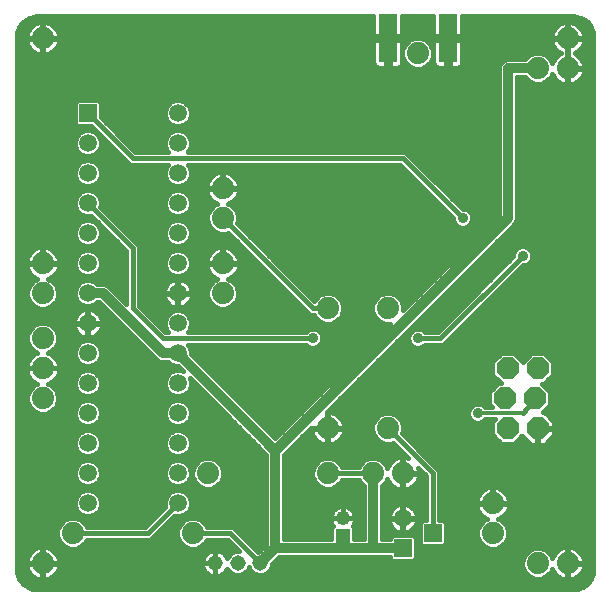
<source format=gbl>
G75*
G70*
%OFA0B0*%
%FSLAX24Y24*%
%IPPOS*%
%LPD*%
%AMOC8*
5,1,8,0,0,1.08239X$1,22.5*
%
%ADD10C,0.0515*%
%ADD11OC8,0.0740*%
%ADD12R,0.0600X0.1600*%
%ADD13C,0.0740*%
%ADD14R,0.0590X0.0590*%
%ADD15C,0.0590*%
%ADD16R,0.0480X0.0480*%
%ADD17C,0.0480*%
%ADD18C,0.0320*%
%ADD19C,0.0160*%
%ADD20C,0.0356*%
%ADD21C,0.0120*%
D10*
X007430Y002180D03*
X008180Y002180D03*
X008930Y002180D03*
D11*
X017080Y007680D03*
X017180Y006680D03*
X018080Y007680D03*
X018180Y006680D03*
X018180Y008680D03*
X017180Y008680D03*
D12*
X015180Y019680D03*
X013180Y019680D03*
D13*
X014180Y019180D03*
X018180Y018680D03*
X019180Y018680D03*
X019180Y019680D03*
X013180Y010680D03*
X011180Y010680D03*
X007680Y011180D03*
X007680Y012180D03*
X007680Y013680D03*
X007680Y014680D03*
X001680Y012180D03*
X001680Y011180D03*
X001680Y009680D03*
X001680Y008680D03*
X001680Y007680D03*
X002680Y003180D03*
X001680Y002180D03*
X006680Y003180D03*
X007180Y005180D03*
X011180Y005180D03*
X011180Y006680D03*
X012680Y005180D03*
X013680Y005180D03*
X013180Y006680D03*
X016680Y004180D03*
X016680Y003180D03*
X018180Y002180D03*
X019180Y002180D03*
X001680Y019680D03*
D14*
X003180Y017180D03*
X014680Y003180D03*
X013680Y002680D03*
D15*
X013680Y003680D03*
X006180Y004180D03*
X006180Y005180D03*
X006180Y006180D03*
X006180Y007180D03*
X006180Y008180D03*
X006180Y009180D03*
X006180Y010180D03*
X006180Y011180D03*
X006180Y012180D03*
X006180Y013180D03*
X006180Y014180D03*
X006180Y015180D03*
X006180Y016180D03*
X006180Y017180D03*
X003180Y016180D03*
X003180Y015180D03*
X003180Y014180D03*
X003180Y013180D03*
X003180Y012180D03*
X003180Y011180D03*
X003180Y010180D03*
X003180Y009180D03*
X003180Y008180D03*
X003180Y007180D03*
X003180Y006180D03*
X003180Y005180D03*
X003180Y004180D03*
D16*
X011680Y003090D03*
D17*
X011680Y003680D03*
D18*
X011680Y003090D02*
X011680Y002680D01*
X012680Y002680D01*
X012680Y005180D01*
X012680Y002680D02*
X013680Y002680D01*
X011680Y002680D02*
X009430Y002680D01*
X008930Y002180D01*
X009430Y002680D02*
X009430Y005930D01*
X017180Y013680D01*
X017180Y018680D01*
X018180Y018680D01*
X006180Y009180D02*
X009430Y005930D01*
X006180Y009180D02*
X005680Y009180D01*
X003680Y011180D01*
X003180Y011180D01*
D19*
X001010Y001510D02*
X001173Y001391D01*
X001366Y001328D01*
X001467Y001320D01*
X019385Y001320D01*
X019486Y001328D01*
X019679Y001391D01*
X019843Y001510D01*
X019962Y001673D01*
X020024Y001866D01*
X020032Y001967D01*
X020032Y019763D01*
X020024Y019864D01*
X019962Y020057D01*
X019843Y020220D01*
X019679Y020340D01*
X019486Y020402D01*
X019385Y020410D01*
X015660Y020410D01*
X015660Y019750D01*
X015250Y019750D01*
X015250Y019610D01*
X015660Y019610D01*
X015660Y018856D01*
X015648Y018811D01*
X015624Y018769D01*
X015591Y018736D01*
X015549Y018712D01*
X015504Y018700D01*
X015250Y018700D01*
X015250Y019610D01*
X015110Y019610D01*
X014700Y019610D01*
X014700Y018856D01*
X014712Y018811D01*
X014736Y018769D01*
X014769Y018736D01*
X014811Y018712D01*
X014856Y018700D01*
X015110Y018700D01*
X015110Y019610D01*
X015110Y019750D01*
X014700Y019750D01*
X014700Y020410D01*
X013660Y020410D01*
X013660Y019750D01*
X013250Y019750D01*
X013250Y019610D01*
X013660Y019610D01*
X013660Y018856D01*
X013648Y018811D01*
X013624Y018769D01*
X013591Y018736D01*
X013549Y018712D01*
X013504Y018700D01*
X013250Y018700D01*
X013250Y019610D01*
X013110Y019610D01*
X013110Y018700D01*
X012856Y018700D01*
X012811Y018712D01*
X012769Y018736D01*
X012736Y018769D01*
X012712Y018811D01*
X012700Y018856D01*
X012700Y019610D01*
X013110Y019610D01*
X013110Y019750D01*
X012700Y019750D01*
X012700Y020410D01*
X001467Y020410D01*
X001366Y020402D01*
X001173Y020340D01*
X001010Y020220D01*
X000891Y020057D01*
X000828Y019864D01*
X000820Y019763D01*
X000820Y001967D01*
X000828Y001866D01*
X000891Y001673D01*
X001010Y001510D01*
X001027Y001497D02*
X019825Y001497D01*
X019948Y001656D02*
X019346Y001656D01*
X019309Y001644D02*
X019391Y001670D01*
X019468Y001710D01*
X019538Y001760D01*
X019600Y001822D01*
X019650Y001892D01*
X019690Y001969D01*
X019716Y002051D01*
X019730Y002137D01*
X019730Y002160D01*
X019200Y002160D01*
X019200Y002200D01*
X019160Y002200D01*
X019160Y002730D01*
X019137Y002730D01*
X019051Y002716D01*
X018969Y002690D01*
X018892Y002650D01*
X018822Y002600D01*
X018760Y002538D01*
X018710Y002468D01*
X018670Y002391D01*
X018659Y002356D01*
X018612Y002469D01*
X018469Y002612D01*
X018281Y002690D01*
X018079Y002690D01*
X017891Y002612D01*
X017748Y002469D01*
X017670Y002281D01*
X017670Y002079D01*
X017748Y001891D01*
X017891Y001748D01*
X018079Y001670D01*
X018281Y001670D01*
X018469Y001748D01*
X018612Y001891D01*
X018659Y002004D01*
X018670Y001969D01*
X018710Y001892D01*
X018760Y001822D01*
X018822Y001760D01*
X018892Y001710D01*
X018969Y001670D01*
X019051Y001644D01*
X019137Y001630D01*
X019160Y001630D01*
X019160Y002160D01*
X019200Y002160D01*
X019200Y001630D01*
X019223Y001630D01*
X019309Y001644D01*
X019200Y001656D02*
X019160Y001656D01*
X019014Y001656D02*
X001846Y001656D01*
X001809Y001644D02*
X001891Y001670D01*
X001968Y001710D01*
X002038Y001760D01*
X002100Y001822D01*
X002150Y001892D01*
X002190Y001969D01*
X002216Y002051D01*
X002230Y002137D01*
X002230Y002160D01*
X001700Y002160D01*
X001700Y002200D01*
X001660Y002200D01*
X001660Y002730D01*
X001637Y002730D01*
X001551Y002716D01*
X001469Y002690D01*
X001392Y002650D01*
X001322Y002600D01*
X001260Y002538D01*
X001210Y002468D01*
X001170Y002391D01*
X001144Y002309D01*
X001130Y002223D01*
X001130Y002200D01*
X001660Y002200D01*
X001660Y002160D01*
X001130Y002160D01*
X001130Y002137D01*
X001144Y002051D01*
X001170Y001969D01*
X001210Y001892D01*
X001260Y001822D01*
X001322Y001760D01*
X001392Y001710D01*
X001469Y001670D01*
X001551Y001644D01*
X001637Y001630D01*
X001660Y001630D01*
X001660Y002160D01*
X001700Y002160D01*
X001700Y001630D01*
X001723Y001630D01*
X001809Y001644D01*
X001700Y001656D02*
X001660Y001656D01*
X001514Y001656D02*
X000904Y001656D01*
X000845Y001814D02*
X001268Y001814D01*
X001169Y001973D02*
X000820Y001973D01*
X000820Y002131D02*
X001131Y002131D01*
X001140Y002290D02*
X000820Y002290D01*
X000820Y002448D02*
X001199Y002448D01*
X001331Y002607D02*
X000820Y002607D01*
X000820Y002765D02*
X002374Y002765D01*
X002391Y002748D02*
X002579Y002670D01*
X002781Y002670D01*
X002969Y002748D01*
X003112Y002891D01*
X003141Y002960D01*
X005271Y002960D01*
X006067Y003756D01*
X006093Y003745D01*
X006267Y003745D01*
X006426Y003811D01*
X006549Y003934D01*
X006615Y004093D01*
X006615Y004267D01*
X006549Y004426D01*
X006426Y004549D01*
X006267Y004615D01*
X006093Y004615D01*
X005934Y004549D01*
X005811Y004426D01*
X005745Y004267D01*
X005745Y004093D01*
X005756Y004067D01*
X005089Y003400D01*
X003141Y003400D01*
X003112Y003469D01*
X002969Y003612D01*
X002781Y003690D01*
X002579Y003690D01*
X002391Y003612D01*
X002248Y003469D01*
X002170Y003281D01*
X002170Y003079D01*
X002248Y002891D01*
X002391Y002748D01*
X002234Y002924D02*
X000820Y002924D01*
X000820Y003082D02*
X002170Y003082D01*
X002170Y003241D02*
X000820Y003241D01*
X000820Y003399D02*
X002219Y003399D01*
X002336Y003558D02*
X000820Y003558D01*
X000820Y003716D02*
X005405Y003716D01*
X005563Y003875D02*
X003490Y003875D01*
X003549Y003934D02*
X003615Y004093D01*
X003615Y004267D01*
X003549Y004426D01*
X003426Y004549D01*
X003267Y004615D01*
X003093Y004615D01*
X002934Y004549D01*
X002811Y004426D01*
X002745Y004267D01*
X002745Y004093D01*
X002811Y003934D01*
X002934Y003811D01*
X003093Y003745D01*
X003267Y003745D01*
X003426Y003811D01*
X003549Y003934D01*
X003590Y004033D02*
X005722Y004033D01*
X005745Y004192D02*
X003615Y004192D01*
X003580Y004350D02*
X005780Y004350D01*
X005893Y004509D02*
X003467Y004509D01*
X003426Y004811D02*
X003267Y004745D01*
X003093Y004745D01*
X002934Y004811D01*
X002811Y004934D01*
X002745Y005093D01*
X002745Y005267D01*
X002811Y005426D01*
X002934Y005549D01*
X003093Y005615D01*
X003267Y005615D01*
X003426Y005549D01*
X003549Y005426D01*
X003615Y005267D01*
X003615Y005093D01*
X003549Y004934D01*
X003426Y004811D01*
X003441Y004826D02*
X005919Y004826D01*
X005934Y004811D02*
X006093Y004745D01*
X006267Y004745D01*
X006426Y004811D01*
X006549Y004934D01*
X006615Y005093D01*
X006615Y005267D01*
X006549Y005426D01*
X006426Y005549D01*
X006267Y005615D01*
X006093Y005615D01*
X005934Y005549D01*
X005811Y005426D01*
X005745Y005267D01*
X005745Y005093D01*
X005811Y004934D01*
X005934Y004811D01*
X005790Y004984D02*
X003570Y004984D01*
X003615Y005143D02*
X005745Y005143D01*
X005759Y005301D02*
X003601Y005301D01*
X003516Y005460D02*
X005844Y005460D01*
X005934Y005811D02*
X006093Y005745D01*
X006267Y005745D01*
X006426Y005811D01*
X006549Y005934D01*
X006615Y006093D01*
X006615Y006267D01*
X006549Y006426D01*
X006426Y006549D01*
X006267Y006615D01*
X006093Y006615D01*
X005934Y006549D01*
X005811Y006426D01*
X005745Y006267D01*
X005745Y006093D01*
X005811Y005934D01*
X005934Y005811D01*
X006017Y005777D02*
X003343Y005777D01*
X003267Y005745D02*
X003093Y005745D01*
X002934Y005811D01*
X002811Y005934D01*
X002745Y006093D01*
X002745Y006267D01*
X002811Y006426D01*
X002934Y006549D01*
X003093Y006615D01*
X003267Y006615D01*
X003426Y006549D01*
X003549Y006426D01*
X003615Y006267D01*
X003615Y006093D01*
X003549Y005934D01*
X003426Y005811D01*
X003267Y005745D01*
X003017Y005777D02*
X000820Y005777D01*
X000820Y005935D02*
X002811Y005935D01*
X002745Y006094D02*
X000820Y006094D01*
X000820Y006252D02*
X002745Y006252D01*
X002805Y006411D02*
X000820Y006411D01*
X000820Y006569D02*
X002982Y006569D01*
X003093Y006745D02*
X002934Y006811D01*
X002811Y006934D01*
X002745Y007093D01*
X002745Y007267D01*
X002811Y007426D01*
X002934Y007549D01*
X003093Y007615D01*
X003267Y007615D01*
X003426Y007549D01*
X003549Y007426D01*
X003615Y007267D01*
X003615Y007093D01*
X003549Y006934D01*
X003426Y006811D01*
X003267Y006745D01*
X003093Y006745D01*
X002859Y006886D02*
X000820Y006886D01*
X000820Y006728D02*
X008208Y006728D01*
X008050Y006886D02*
X006501Y006886D01*
X006549Y006934D02*
X006615Y007093D01*
X006615Y007267D01*
X006549Y007426D01*
X006426Y007549D01*
X006267Y007615D01*
X006093Y007615D01*
X005934Y007549D01*
X005811Y007426D01*
X005745Y007267D01*
X005745Y007093D01*
X005811Y006934D01*
X005934Y006811D01*
X006093Y006745D01*
X006267Y006745D01*
X006426Y006811D01*
X006549Y006934D01*
X006595Y007045D02*
X007891Y007045D01*
X007733Y007203D02*
X006615Y007203D01*
X006576Y007362D02*
X007574Y007362D01*
X007416Y007520D02*
X006455Y007520D01*
X006426Y007811D02*
X006267Y007745D01*
X006093Y007745D01*
X005934Y007811D01*
X005811Y007934D01*
X005745Y008093D01*
X005745Y008267D01*
X005811Y008426D01*
X005934Y008549D01*
X006093Y008615D01*
X006267Y008615D01*
X006359Y008577D01*
X006191Y008745D01*
X006093Y008745D01*
X005934Y008811D01*
X005865Y008880D01*
X005620Y008880D01*
X005510Y008926D01*
X005426Y009010D01*
X003556Y010880D01*
X003495Y010880D01*
X003426Y010811D01*
X003267Y010745D01*
X003093Y010745D01*
X002934Y010811D01*
X002811Y010934D01*
X002745Y011093D01*
X002745Y011267D01*
X002811Y011426D01*
X002934Y011549D01*
X003093Y011615D01*
X003267Y011615D01*
X003426Y011549D01*
X003495Y011480D01*
X003740Y011480D01*
X003850Y011434D01*
X004460Y010824D01*
X004460Y012589D01*
X003293Y013756D01*
X003267Y013745D01*
X003093Y013745D01*
X002934Y013811D01*
X002811Y013934D01*
X002745Y014093D01*
X002745Y014267D01*
X002811Y014426D01*
X002934Y014549D01*
X003093Y014615D01*
X003267Y014615D01*
X003426Y014549D01*
X003549Y014426D01*
X003615Y014267D01*
X003615Y014093D01*
X003604Y014067D01*
X004900Y012771D01*
X004900Y010771D01*
X005771Y009900D01*
X005845Y009900D01*
X005811Y009934D01*
X005745Y010093D01*
X005745Y010267D01*
X005811Y010426D01*
X005934Y010549D01*
X006093Y010615D01*
X006267Y010615D01*
X006426Y010549D01*
X006549Y010426D01*
X006615Y010267D01*
X006615Y010093D01*
X006549Y009934D01*
X006515Y009900D01*
X010450Y009900D01*
X010500Y009950D01*
X010617Y009998D01*
X010743Y009998D01*
X010860Y009950D01*
X010950Y009860D01*
X010998Y009743D01*
X010998Y009617D01*
X010950Y009500D01*
X010860Y009410D01*
X010743Y009362D01*
X010617Y009362D01*
X010500Y009410D01*
X010450Y009460D01*
X006515Y009460D01*
X006549Y009426D01*
X006615Y009267D01*
X006615Y009169D01*
X009430Y006354D01*
X013246Y010170D01*
X013079Y010170D01*
X012891Y010248D01*
X012748Y010391D01*
X012670Y010579D01*
X012670Y010781D01*
X012748Y010969D01*
X012891Y011112D01*
X013079Y011190D01*
X013281Y011190D01*
X013469Y011112D01*
X013612Y010969D01*
X013690Y010781D01*
X013690Y010614D01*
X016880Y013804D01*
X016880Y018740D01*
X016926Y018850D01*
X017010Y018934D01*
X017120Y018980D01*
X017759Y018980D01*
X017891Y019112D01*
X018079Y019190D01*
X018281Y019190D01*
X018469Y019112D01*
X018612Y018969D01*
X018659Y018856D01*
X018670Y018891D01*
X018710Y018968D01*
X018760Y019038D01*
X018822Y019100D01*
X018892Y019150D01*
X018950Y019180D01*
X018892Y019210D01*
X018822Y019260D01*
X018760Y019322D01*
X018710Y019392D01*
X018670Y019469D01*
X018644Y019551D01*
X018630Y019637D01*
X018630Y019660D01*
X019160Y019660D01*
X019160Y019700D01*
X019160Y020230D01*
X019137Y020230D01*
X019051Y020216D01*
X018969Y020190D01*
X018892Y020150D01*
X018822Y020100D01*
X018760Y020038D01*
X018710Y019968D01*
X018670Y019891D01*
X018644Y019809D01*
X018630Y019723D01*
X018630Y019700D01*
X019160Y019700D01*
X019200Y019700D01*
X019200Y020230D01*
X019223Y020230D01*
X019309Y020216D01*
X019391Y020190D01*
X019468Y020150D01*
X019538Y020100D01*
X019600Y020038D01*
X019650Y019968D01*
X019690Y019891D01*
X019716Y019809D01*
X019730Y019723D01*
X019730Y019700D01*
X019200Y019700D01*
X019200Y019660D01*
X019730Y019660D01*
X019730Y019637D01*
X019716Y019551D01*
X019690Y019469D01*
X019650Y019392D01*
X019600Y019322D01*
X019538Y019260D01*
X019468Y019210D01*
X019410Y019180D01*
X019468Y019150D01*
X019538Y019100D01*
X019600Y019038D01*
X019650Y018968D01*
X019690Y018891D01*
X019716Y018809D01*
X019730Y018723D01*
X019730Y018700D01*
X019200Y018700D01*
X019200Y018660D01*
X019730Y018660D01*
X019730Y018637D01*
X019716Y018551D01*
X019690Y018469D01*
X019650Y018392D01*
X019600Y018322D01*
X019538Y018260D01*
X019468Y018210D01*
X019391Y018170D01*
X019309Y018144D01*
X019223Y018130D01*
X019200Y018130D01*
X019200Y018660D01*
X019160Y018660D01*
X019160Y018130D01*
X019137Y018130D01*
X019051Y018144D01*
X018969Y018170D01*
X018892Y018210D01*
X018822Y018260D01*
X018760Y018322D01*
X018710Y018392D01*
X018670Y018469D01*
X018659Y018504D01*
X018612Y018391D01*
X018469Y018248D01*
X018281Y018170D01*
X018079Y018170D01*
X017891Y018248D01*
X017759Y018380D01*
X017480Y018380D01*
X017480Y013620D01*
X017434Y013510D01*
X017350Y013426D01*
X011154Y007230D01*
X011171Y007230D01*
X011171Y006689D01*
X011189Y006689D01*
X011189Y007230D01*
X011223Y007230D01*
X011309Y007216D01*
X011391Y007190D01*
X011468Y007150D01*
X011538Y007100D01*
X011600Y007038D01*
X011650Y006968D01*
X011690Y006891D01*
X011716Y006809D01*
X011730Y006723D01*
X011730Y006689D01*
X011189Y006689D01*
X011189Y006671D01*
X011730Y006671D01*
X011730Y006637D01*
X011716Y006551D01*
X011690Y006469D01*
X011650Y006392D01*
X011600Y006322D01*
X011538Y006260D01*
X011468Y006210D01*
X011391Y006170D01*
X011309Y006144D01*
X011223Y006130D01*
X011189Y006130D01*
X011189Y006671D01*
X011171Y006671D01*
X011171Y006130D01*
X011137Y006130D01*
X011051Y006144D01*
X010969Y006170D01*
X010892Y006210D01*
X010822Y006260D01*
X010760Y006322D01*
X010710Y006392D01*
X010670Y006469D01*
X010644Y006551D01*
X010630Y006637D01*
X010630Y006671D01*
X011171Y006671D01*
X011171Y006689D01*
X010630Y006689D01*
X010630Y006706D01*
X009730Y005806D01*
X009730Y002980D01*
X011300Y002980D01*
X011300Y003388D01*
X011342Y003430D01*
X011321Y003460D01*
X011291Y003519D01*
X011270Y003582D01*
X011260Y003647D01*
X011260Y003680D01*
X011680Y003680D01*
X011680Y003680D01*
X011680Y004100D01*
X011713Y004100D01*
X011778Y004090D01*
X011841Y004069D01*
X011900Y004039D01*
X011954Y004000D01*
X012000Y003954D01*
X012039Y003900D01*
X012069Y003841D01*
X012090Y003778D01*
X012100Y003713D01*
X012100Y003680D01*
X011680Y003680D01*
X011680Y003680D01*
X011680Y003680D01*
X011680Y004100D01*
X011647Y004100D01*
X011582Y004090D01*
X011519Y004069D01*
X011460Y004039D01*
X011406Y004000D01*
X011360Y003954D01*
X011321Y003900D01*
X011291Y003841D01*
X011270Y003778D01*
X011260Y003713D01*
X011260Y003680D01*
X011680Y003680D01*
X012100Y003680D01*
X012100Y003647D01*
X012090Y003582D01*
X012069Y003519D01*
X012039Y003460D01*
X012018Y003430D01*
X012060Y003388D01*
X012060Y002980D01*
X012380Y002980D01*
X012380Y004759D01*
X012248Y004891D01*
X012219Y004960D01*
X011641Y004960D01*
X011612Y004891D01*
X011469Y004748D01*
X011281Y004670D01*
X011079Y004670D01*
X010891Y004748D01*
X010748Y004891D01*
X010670Y005079D01*
X010670Y005281D01*
X010748Y005469D01*
X010891Y005612D01*
X011079Y005690D01*
X011281Y005690D01*
X011469Y005612D01*
X011612Y005469D01*
X011641Y005400D01*
X012219Y005400D01*
X012248Y005469D01*
X012391Y005612D01*
X012579Y005690D01*
X012781Y005690D01*
X012969Y005612D01*
X013112Y005469D01*
X013159Y005356D01*
X013170Y005391D01*
X013210Y005468D01*
X013260Y005538D01*
X013322Y005600D01*
X013392Y005650D01*
X013469Y005690D01*
X013551Y005716D01*
X013637Y005730D01*
X013660Y005730D01*
X013660Y005200D01*
X013700Y005200D01*
X013700Y005730D01*
X013723Y005730D01*
X013809Y005716D01*
X013844Y005705D01*
X013350Y006199D01*
X013281Y006170D01*
X013079Y006170D01*
X012891Y006248D01*
X012748Y006391D01*
X012670Y006579D01*
X012670Y006781D01*
X012748Y006969D01*
X012891Y007112D01*
X013079Y007190D01*
X013281Y007190D01*
X013469Y007112D01*
X013612Y006969D01*
X013690Y006781D01*
X013690Y006579D01*
X013661Y006510D01*
X014771Y005400D01*
X014900Y005271D01*
X014900Y003615D01*
X015033Y003615D01*
X015115Y003533D01*
X015115Y002827D01*
X015033Y002745D01*
X014327Y002745D01*
X014245Y002827D01*
X014245Y003533D01*
X014327Y003615D01*
X014460Y003615D01*
X014460Y005089D01*
X014205Y005344D01*
X014216Y005309D01*
X014230Y005223D01*
X014230Y005200D01*
X013700Y005200D01*
X013700Y005160D01*
X014230Y005160D01*
X014230Y005137D01*
X014216Y005051D01*
X014190Y004969D01*
X014150Y004892D01*
X014100Y004822D01*
X014038Y004760D01*
X013968Y004710D01*
X013891Y004670D01*
X013809Y004644D01*
X013723Y004630D01*
X013700Y004630D01*
X013700Y005160D01*
X013660Y005160D01*
X013660Y004630D01*
X013637Y004630D01*
X013551Y004644D01*
X013469Y004670D01*
X013392Y004710D01*
X013322Y004760D01*
X013260Y004822D01*
X013210Y004892D01*
X013170Y004969D01*
X013159Y005004D01*
X013112Y004891D01*
X012980Y004759D01*
X012980Y002980D01*
X013245Y002980D01*
X013245Y003033D01*
X013327Y003115D01*
X014033Y003115D01*
X014115Y003033D01*
X014115Y002327D01*
X014033Y002245D01*
X013327Y002245D01*
X013245Y002327D01*
X013245Y002380D01*
X009554Y002380D01*
X009327Y002153D01*
X009327Y002101D01*
X009267Y001955D01*
X009155Y001843D01*
X009009Y001783D01*
X008851Y001783D01*
X008705Y001843D01*
X008593Y001955D01*
X008555Y002047D01*
X008517Y001955D01*
X008405Y001843D01*
X008259Y001783D01*
X008101Y001783D01*
X007955Y001843D01*
X007843Y001955D01*
X007827Y001995D01*
X007804Y001951D01*
X007764Y001895D01*
X007715Y001846D01*
X007659Y001806D01*
X007598Y001775D01*
X007532Y001753D01*
X007464Y001743D01*
X007430Y001743D01*
X007430Y002180D01*
X007430Y002180D01*
X007430Y002617D01*
X007396Y002617D01*
X007328Y002607D01*
X007262Y002585D01*
X007201Y002554D01*
X007145Y002514D01*
X007096Y002465D01*
X007056Y002409D01*
X007025Y002348D01*
X007003Y002282D01*
X006993Y002214D01*
X006993Y002180D01*
X006993Y002146D01*
X007003Y002078D01*
X007025Y002012D01*
X007056Y001951D01*
X007096Y001895D01*
X007145Y001846D01*
X007201Y001806D01*
X007262Y001775D01*
X007328Y001753D01*
X007396Y001743D01*
X007430Y001743D01*
X007430Y002180D01*
X007430Y002180D01*
X007430Y002180D01*
X006993Y002180D01*
X007430Y002180D01*
X007430Y002617D01*
X007464Y002617D01*
X007532Y002607D01*
X007598Y002585D01*
X007659Y002554D01*
X007715Y002514D01*
X007764Y002465D01*
X007804Y002409D01*
X007827Y002365D01*
X007843Y002405D01*
X007955Y002517D01*
X008101Y002577D01*
X008221Y002577D01*
X007839Y002960D01*
X007141Y002960D01*
X007112Y002891D01*
X006969Y002748D01*
X006781Y002670D01*
X006579Y002670D01*
X006391Y002748D01*
X006248Y002891D01*
X006170Y003079D01*
X006170Y003281D01*
X006248Y003469D01*
X006391Y003612D01*
X006579Y003690D01*
X006781Y003690D01*
X006969Y003612D01*
X007112Y003469D01*
X007141Y003400D01*
X008021Y003400D01*
X008846Y002575D01*
X008851Y002577D01*
X008903Y002577D01*
X009130Y002804D01*
X009130Y005806D01*
X006577Y008359D01*
X006615Y008267D01*
X006615Y008093D01*
X006549Y007934D01*
X006426Y007811D01*
X006452Y007837D02*
X007099Y007837D01*
X007257Y007679D02*
X002190Y007679D01*
X002190Y007579D02*
X002190Y007781D01*
X002112Y007969D01*
X001969Y008112D01*
X001856Y008159D01*
X001891Y008170D01*
X001968Y008210D01*
X002038Y008260D01*
X002100Y008322D01*
X002150Y008392D01*
X002190Y008469D01*
X002216Y008551D01*
X002230Y008637D01*
X002230Y008680D01*
X002230Y008723D01*
X002216Y008809D01*
X002190Y008891D01*
X002150Y008968D01*
X002100Y009038D01*
X002038Y009100D01*
X001968Y009150D01*
X001891Y009190D01*
X001856Y009201D01*
X001969Y009248D01*
X002112Y009391D01*
X002190Y009579D01*
X002190Y009781D01*
X002112Y009969D01*
X001969Y010112D01*
X001781Y010190D01*
X001579Y010190D01*
X001391Y010112D01*
X001248Y009969D01*
X001170Y009781D01*
X001170Y009579D01*
X001248Y009391D01*
X001391Y009248D01*
X001504Y009201D01*
X001469Y009190D01*
X001392Y009150D01*
X001322Y009100D01*
X001260Y009038D01*
X001210Y008968D01*
X001170Y008891D01*
X001144Y008809D01*
X001130Y008723D01*
X001130Y008680D01*
X001680Y008680D01*
X002230Y008680D01*
X001680Y008680D01*
X001680Y008680D01*
X001680Y008680D01*
X001130Y008680D01*
X001130Y008637D01*
X001144Y008551D01*
X001170Y008469D01*
X001210Y008392D01*
X001260Y008322D01*
X001322Y008260D01*
X001392Y008210D01*
X001469Y008170D01*
X001504Y008159D01*
X001391Y008112D01*
X001248Y007969D01*
X001170Y007781D01*
X001170Y007579D01*
X001248Y007391D01*
X001391Y007248D01*
X001579Y007170D01*
X001781Y007170D01*
X001969Y007248D01*
X002112Y007391D01*
X002190Y007579D01*
X002166Y007520D02*
X002905Y007520D01*
X002784Y007362D02*
X002083Y007362D01*
X001861Y007203D02*
X002745Y007203D01*
X002765Y007045D02*
X000820Y007045D01*
X000820Y007203D02*
X001499Y007203D01*
X001277Y007362D02*
X000820Y007362D01*
X000820Y007520D02*
X001194Y007520D01*
X001170Y007679D02*
X000820Y007679D01*
X000820Y007837D02*
X001193Y007837D01*
X001274Y007996D02*
X000820Y007996D01*
X000820Y008154D02*
X001492Y008154D01*
X001270Y008313D02*
X000820Y008313D01*
X000820Y008471D02*
X001170Y008471D01*
X001131Y008630D02*
X000820Y008630D01*
X000820Y008788D02*
X001140Y008788D01*
X001199Y008947D02*
X000820Y008947D01*
X000820Y009105D02*
X001329Y009105D01*
X001375Y009264D02*
X000820Y009264D01*
X000820Y009422D02*
X001235Y009422D01*
X001170Y009581D02*
X000820Y009581D01*
X000820Y009739D02*
X001170Y009739D01*
X001218Y009898D02*
X000820Y009898D01*
X000820Y010056D02*
X001335Y010056D01*
X001579Y010670D02*
X001781Y010670D01*
X001969Y010748D01*
X002112Y010891D01*
X002190Y011079D01*
X002190Y011281D01*
X002112Y011469D01*
X001969Y011612D01*
X001856Y011659D01*
X001891Y011670D01*
X001968Y011710D01*
X002038Y011760D01*
X002100Y011822D01*
X002150Y011892D01*
X002190Y011969D01*
X002216Y012051D01*
X002230Y012137D01*
X002230Y012160D01*
X001700Y012160D01*
X001700Y012200D01*
X002230Y012200D01*
X002230Y012223D01*
X002216Y012309D01*
X002190Y012391D01*
X002150Y012468D01*
X002100Y012538D01*
X002038Y012600D01*
X001968Y012650D01*
X001891Y012690D01*
X001809Y012716D01*
X001723Y012730D01*
X001700Y012730D01*
X001700Y012200D01*
X001660Y012200D01*
X001660Y012730D01*
X001637Y012730D01*
X001551Y012716D01*
X001469Y012690D01*
X001392Y012650D01*
X001322Y012600D01*
X001260Y012538D01*
X001210Y012468D01*
X001170Y012391D01*
X001144Y012309D01*
X001130Y012223D01*
X001130Y012200D01*
X001660Y012200D01*
X001660Y012160D01*
X001130Y012160D01*
X001130Y012137D01*
X001144Y012051D01*
X001170Y011969D01*
X001210Y011892D01*
X001260Y011822D01*
X001322Y011760D01*
X001392Y011710D01*
X001469Y011670D01*
X001504Y011659D01*
X001391Y011612D01*
X001248Y011469D01*
X001170Y011281D01*
X001170Y011079D01*
X001248Y010891D01*
X001391Y010748D01*
X001579Y010670D01*
X001530Y010690D02*
X000820Y010690D01*
X000820Y010532D02*
X002860Y010532D01*
X002871Y010542D02*
X002818Y010489D01*
X002774Y010429D01*
X002740Y010362D01*
X002717Y010291D01*
X002705Y010217D01*
X002705Y010198D01*
X003162Y010198D01*
X003162Y010655D01*
X003143Y010655D01*
X003069Y010643D01*
X002998Y010620D01*
X002931Y010586D01*
X002871Y010542D01*
X002745Y010373D02*
X000820Y010373D01*
X000820Y010215D02*
X002705Y010215D01*
X002705Y010162D02*
X002705Y010143D01*
X002717Y010069D01*
X002740Y009998D01*
X002774Y009931D01*
X002818Y009871D01*
X002871Y009818D01*
X002931Y009774D01*
X002998Y009740D01*
X003069Y009717D01*
X003143Y009705D01*
X003162Y009705D01*
X003162Y010162D01*
X003198Y010162D01*
X003198Y010198D01*
X003655Y010198D01*
X003655Y010217D01*
X003643Y010291D01*
X003620Y010362D01*
X003586Y010429D01*
X003542Y010489D01*
X003489Y010542D01*
X003429Y010586D01*
X003362Y010620D01*
X003291Y010643D01*
X003217Y010655D01*
X003198Y010655D01*
X003198Y010198D01*
X003162Y010198D01*
X003162Y010162D01*
X002705Y010162D01*
X002721Y010056D02*
X002025Y010056D01*
X002142Y009898D02*
X002798Y009898D01*
X003000Y009739D02*
X002190Y009739D01*
X002190Y009581D02*
X003010Y009581D01*
X002934Y009549D02*
X003093Y009615D01*
X003267Y009615D01*
X003426Y009549D01*
X003549Y009426D01*
X003615Y009267D01*
X003615Y009093D01*
X003549Y008934D01*
X003426Y008811D01*
X003267Y008745D01*
X003093Y008745D01*
X002934Y008811D01*
X002811Y008934D01*
X002745Y009093D01*
X002745Y009267D01*
X002811Y009426D01*
X002934Y009549D01*
X002809Y009422D02*
X002125Y009422D01*
X001985Y009264D02*
X002745Y009264D01*
X002745Y009105D02*
X002031Y009105D01*
X002161Y008947D02*
X002806Y008947D01*
X002990Y008788D02*
X002220Y008788D01*
X002229Y008630D02*
X006306Y008630D01*
X005990Y008788D02*
X003370Y008788D01*
X003267Y008615D02*
X003093Y008615D01*
X002934Y008549D01*
X002811Y008426D01*
X002745Y008267D01*
X002745Y008093D01*
X002811Y007934D01*
X002934Y007811D01*
X003093Y007745D01*
X003267Y007745D01*
X003426Y007811D01*
X003549Y007934D01*
X003615Y008093D01*
X003615Y008267D01*
X003549Y008426D01*
X003426Y008549D01*
X003267Y008615D01*
X003504Y008471D02*
X005856Y008471D01*
X005764Y008313D02*
X003596Y008313D01*
X003615Y008154D02*
X005745Y008154D01*
X005786Y007996D02*
X003574Y007996D01*
X003452Y007837D02*
X005908Y007837D01*
X005905Y007520D02*
X003455Y007520D01*
X003576Y007362D02*
X005784Y007362D01*
X005745Y007203D02*
X003615Y007203D01*
X003595Y007045D02*
X005765Y007045D01*
X005859Y006886D02*
X003501Y006886D01*
X003378Y006569D02*
X005982Y006569D01*
X005805Y006411D02*
X003555Y006411D01*
X003615Y006252D02*
X005745Y006252D01*
X005745Y006094D02*
X003615Y006094D01*
X003549Y005935D02*
X005811Y005935D01*
X006343Y005777D02*
X009130Y005777D01*
X009130Y005618D02*
X007455Y005618D01*
X007469Y005612D02*
X007281Y005690D01*
X007079Y005690D01*
X006891Y005612D01*
X006748Y005469D01*
X006670Y005281D01*
X006670Y005079D01*
X006748Y004891D01*
X006891Y004748D01*
X007079Y004670D01*
X007281Y004670D01*
X007469Y004748D01*
X007612Y004891D01*
X007690Y005079D01*
X007690Y005281D01*
X007612Y005469D01*
X007469Y005612D01*
X007616Y005460D02*
X009130Y005460D01*
X009130Y005301D02*
X007682Y005301D01*
X007690Y005143D02*
X009130Y005143D01*
X009130Y004984D02*
X007651Y004984D01*
X007547Y004826D02*
X009130Y004826D01*
X009130Y004667D02*
X000820Y004667D01*
X000820Y004509D02*
X002893Y004509D01*
X002780Y004350D02*
X000820Y004350D01*
X000820Y004192D02*
X002745Y004192D01*
X002770Y004033D02*
X000820Y004033D01*
X000820Y003875D02*
X002870Y003875D01*
X003024Y003558D02*
X005246Y003558D01*
X005552Y003241D02*
X006170Y003241D01*
X006170Y003082D02*
X005393Y003082D01*
X005180Y003180D02*
X006180Y004180D01*
X006490Y003875D02*
X009130Y003875D01*
X009130Y004033D02*
X006590Y004033D01*
X006615Y004192D02*
X009130Y004192D01*
X009130Y004350D02*
X006580Y004350D01*
X006467Y004509D02*
X009130Y004509D01*
X009730Y004509D02*
X012380Y004509D01*
X012380Y004667D02*
X009730Y004667D01*
X009730Y004826D02*
X010813Y004826D01*
X010709Y004984D02*
X009730Y004984D01*
X009730Y005143D02*
X010670Y005143D01*
X010678Y005301D02*
X009730Y005301D01*
X009730Y005460D02*
X010744Y005460D01*
X010905Y005618D02*
X009730Y005618D01*
X009730Y005777D02*
X013772Y005777D01*
X013700Y005618D02*
X013660Y005618D01*
X013660Y005460D02*
X013700Y005460D01*
X013700Y005301D02*
X013660Y005301D01*
X013660Y005143D02*
X013700Y005143D01*
X013700Y004984D02*
X013660Y004984D01*
X013660Y004826D02*
X013700Y004826D01*
X013700Y004667D02*
X013660Y004667D01*
X013479Y004667D02*
X012980Y004667D01*
X012980Y004509D02*
X014460Y004509D01*
X014460Y004667D02*
X013881Y004667D01*
X014102Y004826D02*
X014460Y004826D01*
X014460Y004984D02*
X014195Y004984D01*
X014230Y005143D02*
X014406Y005143D01*
X014248Y005301D02*
X014218Y005301D01*
X014553Y005618D02*
X020032Y005618D01*
X020032Y005460D02*
X014712Y005460D01*
X014870Y005301D02*
X020032Y005301D01*
X020032Y005143D02*
X014900Y005143D01*
X014900Y004984D02*
X020032Y004984D01*
X020032Y004826D02*
X014900Y004826D01*
X014900Y004667D02*
X016424Y004667D01*
X016392Y004650D02*
X016322Y004600D01*
X016260Y004538D01*
X016210Y004468D01*
X016170Y004391D01*
X016144Y004309D01*
X016130Y004223D01*
X016130Y004200D01*
X016660Y004200D01*
X016660Y004730D01*
X016637Y004730D01*
X016551Y004716D01*
X016469Y004690D01*
X016392Y004650D01*
X016239Y004509D02*
X014900Y004509D01*
X014900Y004350D02*
X016157Y004350D01*
X016130Y004160D02*
X016130Y004137D01*
X016144Y004051D01*
X016170Y003969D01*
X016210Y003892D01*
X016260Y003822D01*
X016322Y003760D01*
X016392Y003710D01*
X016469Y003670D01*
X016504Y003659D01*
X016391Y003612D01*
X016248Y003469D01*
X016170Y003281D01*
X016170Y003079D01*
X016248Y002891D01*
X016391Y002748D01*
X016579Y002670D01*
X016781Y002670D01*
X016969Y002748D01*
X017112Y002891D01*
X017190Y003079D01*
X017190Y003281D01*
X017112Y003469D01*
X016969Y003612D01*
X016856Y003659D01*
X016891Y003670D01*
X016968Y003710D01*
X017038Y003760D01*
X017100Y003822D01*
X017150Y003892D01*
X017190Y003969D01*
X017216Y004051D01*
X017230Y004137D01*
X017230Y004160D01*
X016700Y004160D01*
X016700Y004200D01*
X017230Y004200D01*
X017230Y004223D01*
X017216Y004309D01*
X017190Y004391D01*
X017150Y004468D01*
X017100Y004538D01*
X017038Y004600D01*
X016968Y004650D01*
X016891Y004690D01*
X016809Y004716D01*
X016723Y004730D01*
X016700Y004730D01*
X016700Y004200D01*
X016660Y004200D01*
X016660Y004160D01*
X016130Y004160D01*
X016149Y004033D02*
X014900Y004033D01*
X014900Y003875D02*
X016222Y003875D01*
X016383Y003716D02*
X014900Y003716D01*
X015090Y003558D02*
X016336Y003558D01*
X016219Y003399D02*
X015115Y003399D01*
X015115Y003241D02*
X016170Y003241D01*
X016170Y003082D02*
X015115Y003082D01*
X015115Y002924D02*
X016234Y002924D01*
X016374Y002765D02*
X015053Y002765D01*
X014680Y003180D02*
X014680Y005180D01*
X013180Y006680D01*
X012823Y007045D02*
X011593Y007045D01*
X011691Y006886D02*
X012713Y006886D01*
X012670Y006728D02*
X011729Y006728D01*
X011719Y006569D02*
X012674Y006569D01*
X012740Y006411D02*
X011660Y006411D01*
X011527Y006252D02*
X012887Y006252D01*
X013455Y006094D02*
X010018Y006094D01*
X010176Y006252D02*
X010833Y006252D01*
X010700Y006411D02*
X010335Y006411D01*
X010493Y006569D02*
X010641Y006569D01*
X010120Y007045D02*
X008740Y007045D01*
X008581Y007203D02*
X010279Y007203D01*
X010437Y007362D02*
X008423Y007362D01*
X008264Y007520D02*
X010596Y007520D01*
X010754Y007679D02*
X008106Y007679D01*
X007947Y007837D02*
X010913Y007837D01*
X011071Y007996D02*
X007789Y007996D01*
X007630Y008154D02*
X011230Y008154D01*
X011388Y008313D02*
X007472Y008313D01*
X007313Y008471D02*
X011547Y008471D01*
X011705Y008630D02*
X007155Y008630D01*
X006996Y008788D02*
X011864Y008788D01*
X012022Y008947D02*
X006838Y008947D01*
X006679Y009105D02*
X012181Y009105D01*
X012339Y009264D02*
X006615Y009264D01*
X006551Y009422D02*
X010488Y009422D01*
X010680Y009680D02*
X005680Y009680D01*
X004680Y010680D01*
X004680Y012680D01*
X003180Y014180D01*
X002879Y014494D02*
X000820Y014494D01*
X000820Y014336D02*
X002774Y014336D01*
X002745Y014177D02*
X000820Y014177D01*
X000820Y014019D02*
X002776Y014019D01*
X002885Y013860D02*
X000820Y013860D01*
X000820Y013702D02*
X003347Y013702D01*
X003267Y013615D02*
X003093Y013615D01*
X002934Y013549D01*
X002811Y013426D01*
X002745Y013267D01*
X002745Y013093D01*
X002811Y012934D01*
X002934Y012811D01*
X003093Y012745D01*
X003267Y012745D01*
X003426Y012811D01*
X003549Y012934D01*
X003615Y013093D01*
X003615Y013267D01*
X003549Y013426D01*
X003426Y013549D01*
X003267Y013615D01*
X003432Y013543D02*
X003506Y013543D01*
X003566Y013385D02*
X003664Y013385D01*
X003615Y013226D02*
X003823Y013226D01*
X003981Y013068D02*
X003604Y013068D01*
X003524Y012909D02*
X004140Y012909D01*
X004298Y012751D02*
X003280Y012751D01*
X003267Y012615D02*
X003093Y012615D01*
X002934Y012549D01*
X002811Y012426D01*
X002745Y012267D01*
X002745Y012093D01*
X002811Y011934D01*
X002934Y011811D01*
X003093Y011745D01*
X003267Y011745D01*
X003426Y011811D01*
X003549Y011934D01*
X003615Y012093D01*
X003615Y012267D01*
X003549Y012426D01*
X003426Y012549D01*
X003267Y012615D01*
X003322Y012592D02*
X004457Y012592D01*
X004460Y012434D02*
X003542Y012434D01*
X003611Y012275D02*
X004460Y012275D01*
X004460Y012117D02*
X003615Y012117D01*
X003559Y011958D02*
X004460Y011958D01*
X004460Y011800D02*
X003398Y011800D01*
X003493Y011483D02*
X004460Y011483D01*
X004460Y011641D02*
X001900Y011641D01*
X002077Y011800D02*
X002962Y011800D01*
X002801Y011958D02*
X002184Y011958D01*
X002227Y012117D02*
X002745Y012117D01*
X002749Y012275D02*
X002222Y012275D01*
X002168Y012434D02*
X002818Y012434D01*
X003038Y012592D02*
X002046Y012592D01*
X001700Y012592D02*
X001660Y012592D01*
X001660Y012434D02*
X001700Y012434D01*
X001700Y012275D02*
X001660Y012275D01*
X001314Y012592D02*
X000820Y012592D01*
X000820Y012434D02*
X001192Y012434D01*
X001138Y012275D02*
X000820Y012275D01*
X000820Y012117D02*
X001133Y012117D01*
X001176Y011958D02*
X000820Y011958D01*
X000820Y011800D02*
X001283Y011800D01*
X001460Y011641D02*
X000820Y011641D01*
X000820Y011483D02*
X001261Y011483D01*
X001188Y011324D02*
X000820Y011324D01*
X000820Y011166D02*
X001170Y011166D01*
X001200Y011007D02*
X000820Y011007D01*
X000820Y010849D02*
X001290Y010849D01*
X001830Y010690D02*
X003746Y010690D01*
X003904Y010532D02*
X003500Y010532D01*
X003615Y010373D02*
X004063Y010373D01*
X004221Y010215D02*
X003655Y010215D01*
X003655Y010162D02*
X003198Y010162D01*
X003198Y009705D01*
X003217Y009705D01*
X003291Y009717D01*
X003362Y009740D01*
X003429Y009774D01*
X003489Y009818D01*
X003542Y009871D01*
X003586Y009931D01*
X003620Y009998D01*
X003643Y010069D01*
X003655Y010143D01*
X003655Y010162D01*
X003639Y010056D02*
X004380Y010056D01*
X004538Y009898D02*
X003562Y009898D01*
X003360Y009739D02*
X004697Y009739D01*
X004855Y009581D02*
X003350Y009581D01*
X003198Y009739D02*
X003162Y009739D01*
X003162Y009898D02*
X003198Y009898D01*
X003198Y010056D02*
X003162Y010056D01*
X003162Y010215D02*
X003198Y010215D01*
X003198Y010373D02*
X003162Y010373D01*
X003162Y010532D02*
X003198Y010532D01*
X002896Y010849D02*
X002070Y010849D01*
X002160Y011007D02*
X002781Y011007D01*
X002745Y011166D02*
X002190Y011166D01*
X002172Y011324D02*
X002769Y011324D01*
X002867Y011483D02*
X002099Y011483D01*
X003080Y012751D02*
X000820Y012751D01*
X000820Y012909D02*
X002836Y012909D01*
X002756Y013068D02*
X000820Y013068D01*
X000820Y013226D02*
X002745Y013226D01*
X002794Y013385D02*
X000820Y013385D01*
X000820Y013543D02*
X002928Y013543D01*
X003615Y014177D02*
X005745Y014177D01*
X005745Y014093D02*
X005745Y014267D01*
X005811Y014426D01*
X005934Y014549D01*
X006093Y014615D01*
X006267Y014615D01*
X006426Y014549D01*
X006549Y014426D01*
X006615Y014267D01*
X006615Y014093D01*
X006549Y013934D01*
X006426Y013811D01*
X006267Y013745D01*
X006093Y013745D01*
X005934Y013811D01*
X005811Y013934D01*
X005745Y014093D01*
X005776Y014019D02*
X003653Y014019D01*
X003811Y013860D02*
X005885Y013860D01*
X005934Y013549D02*
X005811Y013426D01*
X005745Y013267D01*
X005745Y013093D01*
X005811Y012934D01*
X005934Y012811D01*
X006093Y012745D01*
X006267Y012745D01*
X006426Y012811D01*
X006549Y012934D01*
X006615Y013093D01*
X006615Y013267D01*
X006549Y013426D01*
X006426Y013549D01*
X006267Y013615D01*
X006093Y013615D01*
X005934Y013549D01*
X005928Y013543D02*
X004128Y013543D01*
X003970Y013702D02*
X007170Y013702D01*
X007170Y013781D02*
X007170Y013579D01*
X007248Y013391D01*
X007391Y013248D01*
X007579Y013170D01*
X007781Y013170D01*
X007850Y013199D01*
X010460Y010589D01*
X010589Y010460D01*
X010719Y010460D01*
X010748Y010391D01*
X010891Y010248D01*
X011079Y010170D01*
X011281Y010170D01*
X011469Y010248D01*
X011612Y010391D01*
X011690Y010579D01*
X011690Y010781D01*
X011612Y010969D01*
X011469Y011112D01*
X011281Y011190D01*
X011079Y011190D01*
X010891Y011112D01*
X010748Y010969D01*
X010734Y010937D01*
X008161Y013510D01*
X008190Y013579D01*
X008190Y013781D01*
X008112Y013969D01*
X007969Y014112D01*
X007856Y014159D01*
X007891Y014170D01*
X007968Y014210D01*
X008038Y014260D01*
X008100Y014322D01*
X008150Y014392D01*
X008190Y014469D01*
X008216Y014551D01*
X008230Y014637D01*
X008230Y014660D01*
X007700Y014660D01*
X007700Y014700D01*
X007660Y014700D01*
X007660Y015230D01*
X007637Y015230D01*
X007551Y015216D01*
X007469Y015190D01*
X007392Y015150D01*
X007322Y015100D01*
X007260Y015038D01*
X007210Y014968D01*
X007170Y014891D01*
X007144Y014809D01*
X007130Y014723D01*
X007130Y014700D01*
X007660Y014700D01*
X007660Y014660D01*
X007130Y014660D01*
X007130Y014637D01*
X007144Y014551D01*
X007170Y014469D01*
X007210Y014392D01*
X007260Y014322D01*
X007322Y014260D01*
X007392Y014210D01*
X007469Y014170D01*
X007504Y014159D01*
X007391Y014112D01*
X007248Y013969D01*
X007170Y013781D01*
X007203Y013860D02*
X006475Y013860D01*
X006584Y014019D02*
X007297Y014019D01*
X007456Y014177D02*
X006615Y014177D01*
X006586Y014336D02*
X007250Y014336D01*
X007162Y014494D02*
X006481Y014494D01*
X006426Y014811D02*
X007144Y014811D01*
X007130Y014653D02*
X000820Y014653D01*
X000820Y014811D02*
X002934Y014811D01*
X003093Y014745D01*
X003267Y014745D01*
X003426Y014811D01*
X005934Y014811D01*
X006093Y014745D01*
X006267Y014745D01*
X006426Y014811D01*
X006549Y014934D01*
X006615Y015093D01*
X006615Y015267D01*
X006549Y015426D01*
X006515Y015460D01*
X013589Y015460D01*
X015362Y013687D01*
X015362Y013617D01*
X015410Y013500D01*
X015500Y013410D01*
X015617Y013362D01*
X015743Y013362D01*
X015860Y013410D01*
X015950Y013500D01*
X015998Y013617D01*
X015998Y013743D01*
X015950Y013860D01*
X016880Y013860D01*
X016880Y014019D02*
X015653Y014019D01*
X015673Y013998D02*
X013771Y015900D01*
X006515Y015900D01*
X006549Y015934D01*
X006615Y016093D01*
X006615Y016267D01*
X006549Y016426D01*
X006426Y016549D01*
X006267Y016615D01*
X006093Y016615D01*
X005934Y016549D01*
X005811Y016426D01*
X005745Y016267D01*
X005745Y016093D01*
X005811Y015934D01*
X005845Y015900D01*
X004771Y015900D01*
X003615Y017056D01*
X003615Y017533D01*
X003533Y017615D01*
X002827Y017615D01*
X002745Y017533D01*
X002745Y016827D01*
X002827Y016745D01*
X003304Y016745D01*
X004589Y015460D01*
X005845Y015460D01*
X005811Y015426D01*
X005745Y015267D01*
X005745Y015093D01*
X005811Y014934D01*
X005934Y014811D01*
X005796Y014970D02*
X003564Y014970D01*
X003549Y014934D02*
X003615Y015093D01*
X003615Y015267D01*
X003549Y015426D01*
X003426Y015549D01*
X003267Y015615D01*
X003093Y015615D01*
X002934Y015549D01*
X002811Y015426D01*
X002745Y015267D01*
X002745Y015093D01*
X002811Y014934D01*
X002934Y014811D01*
X002796Y014970D02*
X000820Y014970D01*
X000820Y015128D02*
X002745Y015128D01*
X002753Y015287D02*
X000820Y015287D01*
X000820Y015445D02*
X002830Y015445D01*
X003066Y015604D02*
X000820Y015604D01*
X000820Y015762D02*
X003052Y015762D01*
X003093Y015745D02*
X003267Y015745D01*
X003426Y015811D01*
X003549Y015934D01*
X003615Y016093D01*
X003615Y016267D01*
X003549Y016426D01*
X003426Y016549D01*
X003267Y016615D01*
X003093Y016615D01*
X002934Y016549D01*
X002811Y016426D01*
X002745Y016267D01*
X002745Y016093D01*
X002811Y015934D01*
X002934Y015811D01*
X003093Y015745D01*
X003308Y015762D02*
X004287Y015762D01*
X004445Y015604D02*
X003294Y015604D01*
X003530Y015445D02*
X005830Y015445D01*
X005753Y015287D02*
X003607Y015287D01*
X003615Y015128D02*
X005745Y015128D01*
X005879Y014494D02*
X003481Y014494D01*
X003586Y014336D02*
X005774Y014336D01*
X006564Y014970D02*
X007211Y014970D01*
X007361Y015128D02*
X006615Y015128D01*
X006607Y015287D02*
X013762Y015287D01*
X013604Y015445D02*
X006530Y015445D01*
X006536Y015921D02*
X016880Y015921D01*
X016880Y016079D02*
X006609Y016079D01*
X006615Y016238D02*
X016880Y016238D01*
X016880Y016396D02*
X006561Y016396D01*
X006413Y016555D02*
X016880Y016555D01*
X016880Y016713D02*
X003958Y016713D01*
X003800Y016872D02*
X005873Y016872D01*
X005934Y016811D02*
X006093Y016745D01*
X006267Y016745D01*
X006426Y016811D01*
X006549Y016934D01*
X006615Y017093D01*
X006615Y017267D01*
X006549Y017426D01*
X006426Y017549D01*
X006267Y017615D01*
X006093Y017615D01*
X005934Y017549D01*
X005811Y017426D01*
X005745Y017267D01*
X005745Y017093D01*
X005811Y016934D01*
X005934Y016811D01*
X005947Y016555D02*
X004117Y016555D01*
X004275Y016396D02*
X005799Y016396D01*
X005745Y016238D02*
X004434Y016238D01*
X004592Y016079D02*
X005751Y016079D01*
X005824Y015921D02*
X004751Y015921D01*
X004680Y015680D02*
X003180Y017180D01*
X003615Y017189D02*
X005745Y017189D01*
X005771Y017030D02*
X003641Y017030D01*
X003615Y017347D02*
X005778Y017347D01*
X005890Y017506D02*
X003615Y017506D01*
X003336Y016713D02*
X000820Y016713D01*
X000820Y016555D02*
X002947Y016555D01*
X002799Y016396D02*
X000820Y016396D01*
X000820Y016238D02*
X002745Y016238D01*
X002751Y016079D02*
X000820Y016079D01*
X000820Y015921D02*
X002824Y015921D01*
X003536Y015921D02*
X004128Y015921D01*
X003970Y016079D02*
X003609Y016079D01*
X003615Y016238D02*
X003811Y016238D01*
X003653Y016396D02*
X003561Y016396D01*
X003494Y016555D02*
X003413Y016555D01*
X002745Y016872D02*
X000820Y016872D01*
X000820Y017030D02*
X002745Y017030D01*
X002745Y017189D02*
X000820Y017189D01*
X000820Y017347D02*
X002745Y017347D01*
X002745Y017506D02*
X000820Y017506D01*
X000820Y017664D02*
X016880Y017664D01*
X016880Y017506D02*
X006470Y017506D01*
X006582Y017347D02*
X016880Y017347D01*
X016880Y017189D02*
X006615Y017189D01*
X006589Y017030D02*
X016880Y017030D01*
X016880Y016872D02*
X006487Y016872D01*
X007700Y015230D02*
X007700Y014700D01*
X008230Y014700D01*
X008230Y014723D01*
X008216Y014809D01*
X008190Y014891D01*
X008150Y014968D01*
X008100Y015038D01*
X008038Y015100D01*
X007968Y015150D01*
X007891Y015190D01*
X007809Y015216D01*
X007723Y015230D01*
X007700Y015230D01*
X007700Y015128D02*
X007660Y015128D01*
X007660Y014970D02*
X007700Y014970D01*
X007700Y014811D02*
X007660Y014811D01*
X007999Y015128D02*
X013921Y015128D01*
X014079Y014970D02*
X008149Y014970D01*
X008216Y014811D02*
X014238Y014811D01*
X014396Y014653D02*
X008230Y014653D01*
X008198Y014494D02*
X014555Y014494D01*
X014713Y014336D02*
X008110Y014336D01*
X007904Y014177D02*
X014872Y014177D01*
X015030Y014019D02*
X008063Y014019D01*
X008157Y013860D02*
X015189Y013860D01*
X015347Y013702D02*
X008190Y013702D01*
X008175Y013543D02*
X015392Y013543D01*
X015562Y013385D02*
X008287Y013385D01*
X008445Y013226D02*
X016302Y013226D01*
X016460Y013385D02*
X015798Y013385D01*
X015968Y013543D02*
X016619Y013543D01*
X016777Y013702D02*
X015998Y013702D01*
X015950Y013860D02*
X015860Y013950D01*
X015743Y013998D01*
X015673Y013998D01*
X015494Y014177D02*
X016880Y014177D01*
X016880Y014336D02*
X015336Y014336D01*
X015177Y014494D02*
X016880Y014494D01*
X016880Y014653D02*
X015019Y014653D01*
X014860Y014811D02*
X016880Y014811D01*
X016880Y014970D02*
X014702Y014970D01*
X014543Y015128D02*
X016880Y015128D01*
X016880Y015287D02*
X014385Y015287D01*
X014226Y015445D02*
X016880Y015445D01*
X016880Y015604D02*
X014068Y015604D01*
X013909Y015762D02*
X016880Y015762D01*
X017480Y015762D02*
X020032Y015762D01*
X020032Y015604D02*
X017480Y015604D01*
X017480Y015445D02*
X020032Y015445D01*
X020032Y015287D02*
X017480Y015287D01*
X017480Y015128D02*
X020032Y015128D01*
X020032Y014970D02*
X017480Y014970D01*
X017480Y014811D02*
X020032Y014811D01*
X020032Y014653D02*
X017480Y014653D01*
X017480Y014494D02*
X020032Y014494D01*
X020032Y014336D02*
X017480Y014336D01*
X017480Y014177D02*
X020032Y014177D01*
X020032Y014019D02*
X017480Y014019D01*
X017480Y013860D02*
X020032Y013860D01*
X020032Y013702D02*
X017480Y013702D01*
X017448Y013543D02*
X020032Y013543D01*
X020032Y013385D02*
X017309Y013385D01*
X017150Y013226D02*
X020032Y013226D01*
X020032Y013068D02*
X016992Y013068D01*
X016833Y012909D02*
X020032Y012909D01*
X020032Y012751D02*
X016675Y012751D01*
X016516Y012592D02*
X017403Y012592D01*
X017410Y012610D02*
X017362Y012493D01*
X017362Y012423D01*
X014839Y009900D01*
X014410Y009900D01*
X014360Y009950D01*
X014243Y009998D01*
X014117Y009998D01*
X014000Y009950D01*
X013910Y009860D01*
X013862Y009743D01*
X013862Y009617D01*
X013910Y009500D01*
X014000Y009410D01*
X014117Y009362D01*
X014243Y009362D01*
X014360Y009410D01*
X014410Y009460D01*
X015021Y009460D01*
X015150Y009589D01*
X017673Y012112D01*
X017743Y012112D01*
X017860Y012160D01*
X017950Y012250D01*
X017998Y012367D01*
X017998Y012493D01*
X017950Y012610D01*
X017860Y012700D01*
X017743Y012748D01*
X017617Y012748D01*
X017500Y012700D01*
X017410Y012610D01*
X017362Y012434D02*
X016358Y012434D01*
X016199Y012275D02*
X017214Y012275D01*
X017055Y012117D02*
X016041Y012117D01*
X015882Y011958D02*
X016897Y011958D01*
X016738Y011800D02*
X015724Y011800D01*
X015565Y011641D02*
X016580Y011641D01*
X016421Y011483D02*
X015407Y011483D01*
X015248Y011324D02*
X016263Y011324D01*
X016104Y011166D02*
X015090Y011166D01*
X014931Y011007D02*
X015946Y011007D01*
X015787Y010849D02*
X014773Y010849D01*
X014614Y010690D02*
X015629Y010690D01*
X015470Y010532D02*
X014456Y010532D01*
X014297Y010373D02*
X015312Y010373D01*
X015153Y010215D02*
X014139Y010215D01*
X013980Y010056D02*
X014995Y010056D01*
X014930Y009680D02*
X014180Y009680D01*
X013948Y009898D02*
X013822Y009898D01*
X013862Y009739D02*
X013663Y009739D01*
X013505Y009581D02*
X013877Y009581D01*
X013988Y009422D02*
X013346Y009422D01*
X013188Y009264D02*
X020032Y009264D01*
X020032Y009422D02*
X014372Y009422D01*
X014930Y009680D02*
X017680Y012430D01*
X017998Y012434D02*
X020032Y012434D01*
X020032Y012592D02*
X017957Y012592D01*
X017960Y012275D02*
X020032Y012275D01*
X020032Y012117D02*
X017754Y012117D01*
X017519Y011958D02*
X020032Y011958D01*
X020032Y011800D02*
X017361Y011800D01*
X017202Y011641D02*
X020032Y011641D01*
X020032Y011483D02*
X017044Y011483D01*
X016885Y011324D02*
X020032Y011324D01*
X020032Y011166D02*
X016727Y011166D01*
X016568Y011007D02*
X020032Y011007D01*
X020032Y010849D02*
X016410Y010849D01*
X016251Y010690D02*
X020032Y010690D01*
X020032Y010532D02*
X016093Y010532D01*
X015934Y010373D02*
X020032Y010373D01*
X020032Y010215D02*
X015776Y010215D01*
X015617Y010056D02*
X020032Y010056D01*
X020032Y009898D02*
X015459Y009898D01*
X015300Y009739D02*
X020032Y009739D01*
X020032Y009581D02*
X015142Y009581D01*
X013924Y010849D02*
X013662Y010849D01*
X013690Y010690D02*
X013766Y010690D01*
X013574Y011007D02*
X014083Y011007D01*
X014241Y011166D02*
X013341Y011166D01*
X013019Y011166D02*
X011341Y011166D01*
X011574Y011007D02*
X012786Y011007D01*
X012698Y010849D02*
X011662Y010849D01*
X011690Y010690D02*
X012670Y010690D01*
X012689Y010532D02*
X011671Y010532D01*
X011594Y010373D02*
X012766Y010373D01*
X012971Y010215D02*
X011389Y010215D01*
X010971Y010215D02*
X006615Y010215D01*
X006599Y010056D02*
X013132Y010056D01*
X012973Y009898D02*
X010912Y009898D01*
X010998Y009739D02*
X012815Y009739D01*
X012656Y009581D02*
X010983Y009581D01*
X010872Y009422D02*
X012498Y009422D01*
X013029Y009105D02*
X016884Y009105D01*
X016969Y009190D02*
X016670Y008891D01*
X016670Y008469D01*
X016949Y008190D01*
X016869Y008190D01*
X016570Y007891D01*
X016570Y007469D01*
X016659Y007380D01*
X016430Y007380D01*
X016360Y007450D01*
X016243Y007498D01*
X016117Y007498D01*
X016000Y007450D01*
X015910Y007360D01*
X015862Y007243D01*
X015862Y007117D01*
X015910Y007000D01*
X016000Y006910D01*
X016117Y006862D01*
X016243Y006862D01*
X016360Y006910D01*
X016430Y006980D01*
X016759Y006980D01*
X016670Y006891D01*
X016670Y006469D01*
X016969Y006170D01*
X017391Y006170D01*
X017652Y006430D01*
X017952Y006130D01*
X018160Y006130D01*
X018160Y006660D01*
X018200Y006660D01*
X018200Y006700D01*
X018730Y006700D01*
X018730Y006908D01*
X018408Y007230D01*
X018351Y007230D01*
X018590Y007469D01*
X018590Y007891D01*
X018311Y008170D01*
X018391Y008170D01*
X018690Y008469D01*
X018690Y008891D01*
X018391Y009190D01*
X017969Y009190D01*
X017680Y008901D01*
X017391Y009190D01*
X016969Y009190D01*
X016725Y008947D02*
X012871Y008947D01*
X012712Y008788D02*
X016670Y008788D01*
X016670Y008630D02*
X012554Y008630D01*
X012395Y008471D02*
X016670Y008471D01*
X016826Y008313D02*
X012237Y008313D01*
X012078Y008154D02*
X016833Y008154D01*
X016674Y007996D02*
X011920Y007996D01*
X011761Y007837D02*
X016570Y007837D01*
X016570Y007679D02*
X011603Y007679D01*
X011444Y007520D02*
X016570Y007520D01*
X016670Y006886D02*
X016302Y006886D01*
X016058Y006886D02*
X013647Y006886D01*
X013690Y006728D02*
X016670Y006728D01*
X016670Y006569D02*
X013686Y006569D01*
X013761Y006411D02*
X016728Y006411D01*
X016887Y006252D02*
X013919Y006252D01*
X014078Y006094D02*
X020032Y006094D01*
X020032Y006252D02*
X018530Y006252D01*
X018408Y006130D02*
X018200Y006130D01*
X018200Y006660D01*
X018730Y006660D01*
X018730Y006452D01*
X018408Y006130D01*
X018200Y006252D02*
X018160Y006252D01*
X018160Y006411D02*
X018200Y006411D01*
X018200Y006569D02*
X018160Y006569D01*
X017830Y006252D02*
X017473Y006252D01*
X017632Y006411D02*
X017672Y006411D01*
X017680Y007180D02*
X018080Y007680D01*
X018483Y007362D02*
X020032Y007362D01*
X020032Y007520D02*
X018590Y007520D01*
X018590Y007679D02*
X020032Y007679D01*
X020032Y007837D02*
X018590Y007837D01*
X018486Y007996D02*
X020032Y007996D01*
X020032Y008154D02*
X018327Y008154D01*
X018534Y008313D02*
X020032Y008313D01*
X020032Y008471D02*
X018690Y008471D01*
X018690Y008630D02*
X020032Y008630D01*
X020032Y008788D02*
X018690Y008788D01*
X018635Y008947D02*
X020032Y008947D01*
X020032Y009105D02*
X018476Y009105D01*
X017884Y009105D02*
X017476Y009105D01*
X017635Y008947D02*
X017725Y008947D01*
X018435Y007203D02*
X020032Y007203D01*
X020032Y007045D02*
X018593Y007045D01*
X018730Y006886D02*
X020032Y006886D01*
X020032Y006728D02*
X018730Y006728D01*
X018730Y006569D02*
X020032Y006569D01*
X020032Y006411D02*
X018688Y006411D01*
X020032Y005935D02*
X014236Y005935D01*
X014395Y005777D02*
X020032Y005777D01*
X020032Y004667D02*
X016936Y004667D01*
X016700Y004667D02*
X016660Y004667D01*
X016660Y004509D02*
X016700Y004509D01*
X016700Y004350D02*
X016660Y004350D01*
X016660Y004192D02*
X014900Y004192D01*
X014460Y004192D02*
X012980Y004192D01*
X012980Y004350D02*
X014460Y004350D01*
X014460Y004033D02*
X013999Y004033D01*
X013989Y004042D02*
X013929Y004086D01*
X013862Y004120D01*
X013791Y004143D01*
X013717Y004155D01*
X013698Y004155D01*
X013698Y003698D01*
X013662Y003698D01*
X013662Y004155D01*
X013643Y004155D01*
X013569Y004143D01*
X013498Y004120D01*
X013431Y004086D01*
X013371Y004042D01*
X013318Y003989D01*
X013274Y003929D01*
X013240Y003862D01*
X013217Y003791D01*
X013205Y003717D01*
X013205Y003698D01*
X013662Y003698D01*
X013662Y003662D01*
X013205Y003662D01*
X013205Y003643D01*
X013217Y003569D01*
X013240Y003498D01*
X013274Y003431D01*
X013318Y003371D01*
X013371Y003318D01*
X013431Y003274D01*
X013498Y003240D01*
X013569Y003217D01*
X013643Y003205D01*
X013662Y003205D01*
X013662Y003662D01*
X013698Y003662D01*
X013698Y003698D01*
X014155Y003698D01*
X014155Y003717D01*
X014143Y003791D01*
X014120Y003862D01*
X014086Y003929D01*
X014042Y003989D01*
X013989Y004042D01*
X014114Y003875D02*
X014460Y003875D01*
X014460Y003716D02*
X014155Y003716D01*
X014155Y003662D02*
X013698Y003662D01*
X013698Y003205D01*
X013717Y003205D01*
X013791Y003217D01*
X013862Y003240D01*
X013929Y003274D01*
X013989Y003318D01*
X014042Y003371D01*
X014086Y003431D01*
X014120Y003498D01*
X014143Y003569D01*
X014155Y003643D01*
X014155Y003662D01*
X014140Y003558D02*
X014270Y003558D01*
X014245Y003399D02*
X014063Y003399D01*
X014245Y003241D02*
X013864Y003241D01*
X013698Y003241D02*
X013662Y003241D01*
X013662Y003399D02*
X013698Y003399D01*
X013698Y003558D02*
X013662Y003558D01*
X013662Y003716D02*
X013698Y003716D01*
X013698Y003875D02*
X013662Y003875D01*
X013662Y004033D02*
X013698Y004033D01*
X013361Y004033D02*
X012980Y004033D01*
X012980Y003875D02*
X013246Y003875D01*
X013205Y003716D02*
X012980Y003716D01*
X012980Y003558D02*
X013220Y003558D01*
X013297Y003399D02*
X012980Y003399D01*
X012980Y003241D02*
X013496Y003241D01*
X013294Y003082D02*
X012980Y003082D01*
X012380Y003082D02*
X012060Y003082D01*
X012060Y003241D02*
X012380Y003241D01*
X012380Y003399D02*
X012049Y003399D01*
X012082Y003558D02*
X012380Y003558D01*
X012380Y003716D02*
X012100Y003716D01*
X012052Y003875D02*
X012380Y003875D01*
X012380Y004033D02*
X011909Y004033D01*
X011680Y004033D02*
X011680Y004033D01*
X011680Y003875D02*
X011680Y003875D01*
X011680Y003716D02*
X011680Y003716D01*
X011451Y004033D02*
X009730Y004033D01*
X009730Y003875D02*
X011308Y003875D01*
X011260Y003716D02*
X009730Y003716D01*
X009730Y003558D02*
X011278Y003558D01*
X011311Y003399D02*
X009730Y003399D01*
X009730Y003241D02*
X011300Y003241D01*
X011300Y003082D02*
X009730Y003082D01*
X009130Y003082D02*
X008339Y003082D01*
X008181Y003241D02*
X009130Y003241D01*
X009130Y003399D02*
X008022Y003399D01*
X007930Y003180D02*
X008930Y002180D01*
X008586Y001973D02*
X008524Y001973D01*
X008335Y001814D02*
X008775Y001814D01*
X009085Y001814D02*
X017825Y001814D01*
X017714Y001973D02*
X009274Y001973D01*
X009327Y002131D02*
X017670Y002131D01*
X017673Y002290D02*
X014077Y002290D01*
X014115Y002448D02*
X017739Y002448D01*
X017885Y002607D02*
X014115Y002607D01*
X014115Y002765D02*
X014307Y002765D01*
X014245Y002924D02*
X014115Y002924D01*
X014066Y003082D02*
X014245Y003082D01*
X013283Y002290D02*
X009464Y002290D01*
X009091Y002765D02*
X008656Y002765D01*
X008498Y002924D02*
X009130Y002924D01*
X008932Y002607D02*
X008815Y002607D01*
X008192Y002607D02*
X007533Y002607D01*
X007430Y002607D02*
X007430Y002607D01*
X007327Y002607D02*
X002029Y002607D01*
X002038Y002600D02*
X001968Y002650D01*
X001891Y002690D01*
X001809Y002716D01*
X001723Y002730D01*
X001700Y002730D01*
X001700Y002200D01*
X002230Y002200D01*
X002230Y002223D01*
X002216Y002309D01*
X002190Y002391D01*
X002150Y002468D01*
X002100Y002538D01*
X002038Y002600D01*
X002161Y002448D02*
X007084Y002448D01*
X007006Y002290D02*
X002220Y002290D01*
X002229Y002131D02*
X006995Y002131D01*
X007045Y001973D02*
X002191Y001973D01*
X002092Y001814D02*
X007189Y001814D01*
X007430Y001814D02*
X007430Y001814D01*
X007430Y001973D02*
X007430Y001973D01*
X007430Y002131D02*
X007430Y002131D01*
X007430Y002290D02*
X007430Y002290D01*
X007430Y002448D02*
X007430Y002448D01*
X007776Y002448D02*
X007886Y002448D01*
X008034Y002765D02*
X006986Y002765D01*
X007126Y002924D02*
X007875Y002924D01*
X007930Y003180D02*
X006680Y003180D01*
X006336Y003558D02*
X005869Y003558D01*
X006027Y003716D02*
X009130Y003716D01*
X009130Y003558D02*
X007024Y003558D01*
X006219Y003399D02*
X005710Y003399D01*
X005180Y003180D02*
X002680Y003180D01*
X003126Y002924D02*
X006234Y002924D01*
X006374Y002765D02*
X002986Y002765D01*
X001700Y002607D02*
X001660Y002607D01*
X001660Y002448D02*
X001700Y002448D01*
X001700Y002290D02*
X001660Y002290D01*
X001660Y002131D02*
X001700Y002131D01*
X001700Y001973D02*
X001660Y001973D01*
X001660Y001814D02*
X001700Y001814D01*
X001334Y001339D02*
X019518Y001339D01*
X019592Y001814D02*
X020007Y001814D01*
X020032Y001973D02*
X019691Y001973D01*
X019729Y002131D02*
X020032Y002131D01*
X020032Y002290D02*
X019720Y002290D01*
X019716Y002309D02*
X019690Y002391D01*
X019650Y002468D01*
X019600Y002538D01*
X019538Y002600D01*
X019468Y002650D01*
X019391Y002690D01*
X019309Y002716D01*
X019223Y002730D01*
X019200Y002730D01*
X019200Y002200D01*
X019730Y002200D01*
X019730Y002223D01*
X019716Y002309D01*
X019661Y002448D02*
X020032Y002448D01*
X020032Y002607D02*
X019529Y002607D01*
X019200Y002607D02*
X019160Y002607D01*
X019160Y002448D02*
X019200Y002448D01*
X019200Y002290D02*
X019160Y002290D01*
X019160Y002131D02*
X019200Y002131D01*
X019200Y001973D02*
X019160Y001973D01*
X019160Y001814D02*
X019200Y001814D01*
X018768Y001814D02*
X018535Y001814D01*
X018646Y001973D02*
X018669Y001973D01*
X018699Y002448D02*
X018621Y002448D01*
X018475Y002607D02*
X018831Y002607D01*
X020032Y002765D02*
X016986Y002765D01*
X017126Y002924D02*
X020032Y002924D01*
X020032Y003082D02*
X017190Y003082D01*
X017190Y003241D02*
X020032Y003241D01*
X020032Y003399D02*
X017141Y003399D01*
X017024Y003558D02*
X020032Y003558D01*
X020032Y003716D02*
X016977Y003716D01*
X017138Y003875D02*
X020032Y003875D01*
X020032Y004033D02*
X017211Y004033D01*
X017203Y004350D02*
X020032Y004350D01*
X020032Y004192D02*
X016700Y004192D01*
X017121Y004509D02*
X020032Y004509D01*
X015892Y007045D02*
X013537Y007045D01*
X013614Y005935D02*
X009859Y005935D01*
X009486Y006411D02*
X009374Y006411D01*
X009215Y006569D02*
X009645Y006569D01*
X009803Y006728D02*
X009057Y006728D01*
X008898Y006886D02*
X009962Y006886D01*
X009001Y005935D02*
X006549Y005935D01*
X006615Y006094D02*
X008842Y006094D01*
X008684Y006252D02*
X006615Y006252D01*
X006555Y006411D02*
X008525Y006411D01*
X008367Y006569D02*
X006378Y006569D01*
X006905Y005618D02*
X000820Y005618D01*
X000820Y005460D02*
X002844Y005460D01*
X002759Y005301D02*
X000820Y005301D01*
X000820Y005143D02*
X002745Y005143D01*
X002790Y004984D02*
X000820Y004984D01*
X000820Y004826D02*
X002919Y004826D01*
X002908Y007837D02*
X002167Y007837D01*
X002086Y007996D02*
X002786Y007996D01*
X002745Y008154D02*
X001868Y008154D01*
X002090Y008313D02*
X002764Y008313D01*
X002856Y008471D02*
X002190Y008471D01*
X003554Y008947D02*
X005489Y008947D01*
X005331Y009105D02*
X003615Y009105D01*
X003615Y009264D02*
X005172Y009264D01*
X005014Y009422D02*
X003551Y009422D01*
X003587Y010849D02*
X003464Y010849D01*
X003960Y011324D02*
X004460Y011324D01*
X004460Y011166D02*
X004119Y011166D01*
X004277Y011007D02*
X004460Y011007D01*
X004460Y010849D02*
X004436Y010849D01*
X004900Y010849D02*
X005840Y010849D01*
X005818Y010871D02*
X005871Y010818D01*
X005931Y010774D01*
X005998Y010740D01*
X006069Y010717D01*
X006143Y010705D01*
X006162Y010705D01*
X006162Y011162D01*
X006198Y011162D01*
X006198Y011198D01*
X006655Y011198D01*
X006655Y011217D01*
X006643Y011291D01*
X006620Y011362D01*
X006586Y011429D01*
X006542Y011489D01*
X006489Y011542D01*
X006429Y011586D01*
X006362Y011620D01*
X006291Y011643D01*
X006217Y011655D01*
X006198Y011655D01*
X006198Y011198D01*
X006162Y011198D01*
X006162Y011655D01*
X006143Y011655D01*
X006069Y011643D01*
X005998Y011620D01*
X005931Y011586D01*
X005871Y011542D01*
X005818Y011489D01*
X005774Y011429D01*
X005740Y011362D01*
X005717Y011291D01*
X005705Y011217D01*
X005705Y011198D01*
X006162Y011198D01*
X006162Y011162D01*
X005705Y011162D01*
X005705Y011143D01*
X005717Y011069D01*
X005740Y010998D01*
X005774Y010931D01*
X005818Y010871D01*
X005737Y011007D02*
X004900Y011007D01*
X004900Y011166D02*
X006162Y011166D01*
X006198Y011166D02*
X007170Y011166D01*
X007170Y011079D02*
X007170Y011281D01*
X007248Y011469D01*
X007391Y011612D01*
X007504Y011659D01*
X007469Y011670D01*
X007392Y011710D01*
X007322Y011760D01*
X007260Y011822D01*
X007210Y011892D01*
X007170Y011969D01*
X007144Y012051D01*
X007130Y012137D01*
X007130Y012160D01*
X007660Y012160D01*
X007660Y012200D01*
X007660Y012730D01*
X007637Y012730D01*
X007551Y012716D01*
X007469Y012690D01*
X007392Y012650D01*
X007322Y012600D01*
X007260Y012538D01*
X007210Y012468D01*
X007170Y012391D01*
X007144Y012309D01*
X007130Y012223D01*
X007130Y012200D01*
X007660Y012200D01*
X007700Y012200D01*
X008230Y012200D01*
X008230Y012223D01*
X008216Y012309D01*
X008190Y012391D01*
X008150Y012468D01*
X008100Y012538D01*
X008038Y012600D01*
X007968Y012650D01*
X007891Y012690D01*
X007809Y012716D01*
X007723Y012730D01*
X007700Y012730D01*
X007700Y012200D01*
X007700Y012160D01*
X008230Y012160D01*
X008230Y012137D01*
X008216Y012051D01*
X008190Y011969D01*
X008150Y011892D01*
X008100Y011822D01*
X008038Y011760D01*
X007968Y011710D01*
X007891Y011670D01*
X007856Y011659D01*
X007969Y011612D01*
X008112Y011469D01*
X008190Y011281D01*
X008190Y011079D01*
X008112Y010891D01*
X007969Y010748D01*
X007781Y010670D01*
X007579Y010670D01*
X007391Y010748D01*
X007248Y010891D01*
X007170Y011079D01*
X007200Y011007D02*
X006623Y011007D01*
X006620Y010998D02*
X006643Y011069D01*
X006655Y011143D01*
X006655Y011162D01*
X006198Y011162D01*
X006198Y010705D01*
X006217Y010705D01*
X006291Y010717D01*
X006362Y010740D01*
X006429Y010774D01*
X006489Y010818D01*
X006542Y010871D01*
X006586Y010931D01*
X006620Y010998D01*
X006520Y010849D02*
X007290Y010849D01*
X007530Y010690D02*
X004981Y010690D01*
X005140Y010532D02*
X005916Y010532D01*
X005789Y010373D02*
X005298Y010373D01*
X005457Y010215D02*
X005745Y010215D01*
X005761Y010056D02*
X005615Y010056D01*
X006162Y010849D02*
X006198Y010849D01*
X006198Y011007D02*
X006162Y011007D01*
X006162Y011324D02*
X006198Y011324D01*
X006198Y011483D02*
X006162Y011483D01*
X006162Y011641D02*
X006198Y011641D01*
X006298Y011641D02*
X007460Y011641D01*
X007283Y011800D02*
X006398Y011800D01*
X006426Y011811D02*
X006267Y011745D01*
X006093Y011745D01*
X005934Y011811D01*
X005811Y011934D01*
X005745Y012093D01*
X005745Y012267D01*
X005811Y012426D01*
X005934Y012549D01*
X006093Y012615D01*
X006267Y012615D01*
X006426Y012549D01*
X006549Y012426D01*
X006615Y012267D01*
X006615Y012093D01*
X006549Y011934D01*
X006426Y011811D01*
X006559Y011958D02*
X007176Y011958D01*
X007133Y012117D02*
X006615Y012117D01*
X006611Y012275D02*
X007138Y012275D01*
X007192Y012434D02*
X006542Y012434D01*
X006322Y012592D02*
X007314Y012592D01*
X007660Y012592D02*
X007700Y012592D01*
X007700Y012434D02*
X007660Y012434D01*
X007660Y012275D02*
X007700Y012275D01*
X008046Y012592D02*
X008457Y012592D01*
X008615Y012434D02*
X008168Y012434D01*
X008222Y012275D02*
X008774Y012275D01*
X008932Y012117D02*
X008227Y012117D01*
X008184Y011958D02*
X009091Y011958D01*
X009249Y011800D02*
X008077Y011800D01*
X007900Y011641D02*
X009408Y011641D01*
X009566Y011483D02*
X008099Y011483D01*
X008172Y011324D02*
X009725Y011324D01*
X009883Y011166D02*
X008190Y011166D01*
X008160Y011007D02*
X010042Y011007D01*
X010200Y010849D02*
X008070Y010849D01*
X007830Y010690D02*
X010359Y010690D01*
X010517Y010532D02*
X006444Y010532D01*
X006571Y010373D02*
X010766Y010373D01*
X010680Y010680D02*
X011180Y010680D01*
X010680Y010680D02*
X007680Y013680D01*
X007185Y013543D02*
X006432Y013543D01*
X006566Y013385D02*
X007254Y013385D01*
X007443Y013226D02*
X006615Y013226D01*
X006604Y013068D02*
X007981Y013068D01*
X008140Y012909D02*
X006524Y012909D01*
X006280Y012751D02*
X008298Y012751D01*
X008604Y013068D02*
X016143Y013068D01*
X015985Y012909D02*
X008762Y012909D01*
X008921Y012751D02*
X015826Y012751D01*
X015668Y012592D02*
X009079Y012592D01*
X009238Y012434D02*
X015509Y012434D01*
X015351Y012275D02*
X009396Y012275D01*
X009555Y012117D02*
X015192Y012117D01*
X015034Y011958D02*
X009713Y011958D01*
X009872Y011800D02*
X014875Y011800D01*
X014717Y011641D02*
X010030Y011641D01*
X010189Y011483D02*
X014558Y011483D01*
X014400Y011324D02*
X010347Y011324D01*
X010506Y011166D02*
X011019Y011166D01*
X010786Y011007D02*
X010664Y011007D01*
X007261Y011483D02*
X006547Y011483D01*
X006633Y011324D02*
X007188Y011324D01*
X006062Y011641D02*
X004900Y011641D01*
X004900Y011483D02*
X005813Y011483D01*
X005727Y011324D02*
X004900Y011324D01*
X004900Y011800D02*
X005962Y011800D01*
X005801Y011958D02*
X004900Y011958D01*
X004900Y012117D02*
X005745Y012117D01*
X005749Y012275D02*
X004900Y012275D01*
X004900Y012434D02*
X005818Y012434D01*
X006038Y012592D02*
X004900Y012592D01*
X004900Y012751D02*
X006080Y012751D01*
X005836Y012909D02*
X004762Y012909D01*
X004604Y013068D02*
X005756Y013068D01*
X005745Y013226D02*
X004445Y013226D01*
X004287Y013385D02*
X005794Y013385D01*
X004680Y015680D02*
X013680Y015680D01*
X015680Y013680D01*
X017480Y015921D02*
X020032Y015921D01*
X020032Y016079D02*
X017480Y016079D01*
X017480Y016238D02*
X020032Y016238D01*
X020032Y016396D02*
X017480Y016396D01*
X017480Y016555D02*
X020032Y016555D01*
X020032Y016713D02*
X017480Y016713D01*
X017480Y016872D02*
X020032Y016872D01*
X020032Y017030D02*
X017480Y017030D01*
X017480Y017189D02*
X020032Y017189D01*
X020032Y017347D02*
X017480Y017347D01*
X017480Y017506D02*
X020032Y017506D01*
X020032Y017664D02*
X017480Y017664D01*
X017480Y017823D02*
X020032Y017823D01*
X020032Y017981D02*
X017480Y017981D01*
X017480Y018140D02*
X019077Y018140D01*
X019160Y018140D02*
X019200Y018140D01*
X019283Y018140D02*
X020032Y018140D01*
X020032Y018298D02*
X019576Y018298D01*
X019683Y018457D02*
X020032Y018457D01*
X020032Y018615D02*
X019727Y018615D01*
X019722Y018774D02*
X020032Y018774D01*
X020032Y018932D02*
X019669Y018932D01*
X019547Y019091D02*
X020032Y019091D01*
X020032Y019249D02*
X019523Y019249D01*
X019658Y019408D02*
X020032Y019408D01*
X020032Y019566D02*
X019719Y019566D01*
X019730Y019725D02*
X020032Y019725D01*
X020018Y019883D02*
X019692Y019883D01*
X019596Y020042D02*
X019966Y020042D01*
X019857Y020200D02*
X019359Y020200D01*
X019200Y020200D02*
X019160Y020200D01*
X019160Y020042D02*
X019200Y020042D01*
X019200Y019883D02*
X019160Y019883D01*
X019160Y019725D02*
X019200Y019725D01*
X019200Y019660D02*
X019200Y018700D01*
X019160Y018700D01*
X019160Y019230D01*
X019160Y019660D01*
X019200Y019660D01*
X019200Y019566D02*
X019160Y019566D01*
X019160Y019408D02*
X019200Y019408D01*
X019200Y019249D02*
X019160Y019249D01*
X019160Y019091D02*
X019200Y019091D01*
X019200Y018932D02*
X019160Y018932D01*
X019160Y018774D02*
X019200Y018774D01*
X019200Y018615D02*
X019160Y018615D01*
X019160Y018457D02*
X019200Y018457D01*
X019200Y018298D02*
X019160Y018298D01*
X018784Y018298D02*
X018519Y018298D01*
X018639Y018457D02*
X018677Y018457D01*
X018691Y018932D02*
X018628Y018932D01*
X018491Y019091D02*
X018813Y019091D01*
X018837Y019249D02*
X015660Y019249D01*
X015660Y019091D02*
X017869Y019091D01*
X017841Y018298D02*
X017480Y018298D01*
X016880Y018298D02*
X000820Y018298D01*
X000820Y018140D02*
X016880Y018140D01*
X016880Y017981D02*
X000820Y017981D01*
X000820Y017823D02*
X016880Y017823D01*
X016880Y018457D02*
X000820Y018457D01*
X000820Y018615D02*
X016880Y018615D01*
X016894Y018774D02*
X015626Y018774D01*
X015660Y018932D02*
X017008Y018932D01*
X015660Y019408D02*
X018702Y019408D01*
X018641Y019566D02*
X015660Y019566D01*
X015660Y019883D02*
X018668Y019883D01*
X018630Y019725D02*
X015250Y019725D01*
X015110Y019725D02*
X013250Y019725D01*
X013110Y019725D02*
X002230Y019725D01*
X002230Y019723D02*
X002216Y019809D01*
X002190Y019891D01*
X002150Y019968D01*
X002100Y020038D01*
X002038Y020100D01*
X001968Y020150D01*
X001891Y020190D01*
X001809Y020216D01*
X001723Y020230D01*
X001700Y020230D01*
X001700Y019700D01*
X001660Y019700D01*
X001660Y020230D01*
X001637Y020230D01*
X001551Y020216D01*
X001469Y020190D01*
X001392Y020150D01*
X001322Y020100D01*
X001260Y020038D01*
X001210Y019968D01*
X001170Y019891D01*
X001144Y019809D01*
X001130Y019723D01*
X001130Y019700D01*
X001660Y019700D01*
X001660Y019660D01*
X001130Y019660D01*
X001130Y019637D01*
X001144Y019551D01*
X001170Y019469D01*
X001210Y019392D01*
X001260Y019322D01*
X001322Y019260D01*
X001392Y019210D01*
X001469Y019170D01*
X001551Y019144D01*
X001637Y019130D01*
X001660Y019130D01*
X001660Y019660D01*
X001700Y019660D01*
X001700Y019700D01*
X002230Y019700D01*
X002230Y019723D01*
X002230Y019660D02*
X001700Y019660D01*
X001700Y019130D01*
X001723Y019130D01*
X001809Y019144D01*
X001891Y019170D01*
X001968Y019210D01*
X002038Y019260D01*
X002100Y019322D01*
X002150Y019392D01*
X002190Y019469D01*
X002216Y019551D01*
X002230Y019637D01*
X002230Y019660D01*
X002219Y019566D02*
X012700Y019566D01*
X012700Y019408D02*
X002158Y019408D01*
X002023Y019249D02*
X012700Y019249D01*
X012700Y019091D02*
X000820Y019091D01*
X000820Y019249D02*
X001337Y019249D01*
X001202Y019408D02*
X000820Y019408D01*
X000820Y019566D02*
X001141Y019566D01*
X001130Y019725D02*
X000820Y019725D01*
X000834Y019883D02*
X001168Y019883D01*
X001264Y020042D02*
X000886Y020042D01*
X000995Y020200D02*
X001501Y020200D01*
X001660Y020200D02*
X001700Y020200D01*
X001700Y020042D02*
X001660Y020042D01*
X001660Y019883D02*
X001700Y019883D01*
X001700Y019725D02*
X001660Y019725D01*
X001660Y019566D02*
X001700Y019566D01*
X001700Y019408D02*
X001660Y019408D01*
X001660Y019249D02*
X001700Y019249D01*
X002192Y019883D02*
X012700Y019883D01*
X012700Y020042D02*
X002096Y020042D01*
X001859Y020200D02*
X012700Y020200D01*
X012700Y020359D02*
X001232Y020359D01*
X000820Y018932D02*
X012700Y018932D01*
X012734Y018774D02*
X000820Y018774D01*
X003549Y014934D02*
X003426Y014811D01*
X006596Y008313D02*
X006623Y008313D01*
X006615Y008154D02*
X006782Y008154D01*
X006940Y007996D02*
X006574Y007996D01*
X006516Y005460D02*
X006744Y005460D01*
X006678Y005301D02*
X006601Y005301D01*
X006615Y005143D02*
X006670Y005143D01*
X006709Y004984D02*
X006570Y004984D01*
X006441Y004826D02*
X006813Y004826D01*
X007815Y001973D02*
X007836Y001973D01*
X007671Y001814D02*
X008025Y001814D01*
X009730Y004192D02*
X012380Y004192D01*
X012380Y004350D02*
X009730Y004350D01*
X011180Y005180D02*
X012680Y005180D01*
X013151Y004984D02*
X013165Y004984D01*
X013258Y004826D02*
X013047Y004826D01*
X013116Y005460D02*
X013205Y005460D01*
X013347Y005618D02*
X012955Y005618D01*
X012405Y005618D02*
X011455Y005618D01*
X011616Y005460D02*
X012244Y005460D01*
X012313Y004826D02*
X011547Y004826D01*
X011189Y006252D02*
X011171Y006252D01*
X011171Y006411D02*
X011189Y006411D01*
X011189Y006569D02*
X011171Y006569D01*
X011171Y006728D02*
X011189Y006728D01*
X011189Y006886D02*
X011171Y006886D01*
X011171Y007045D02*
X011189Y007045D01*
X011189Y007203D02*
X011171Y007203D01*
X011350Y007203D02*
X015862Y007203D01*
X015912Y007362D02*
X011286Y007362D01*
X013110Y018774D02*
X013250Y018774D01*
X013250Y018932D02*
X013110Y018932D01*
X013110Y019091D02*
X013250Y019091D01*
X013250Y019249D02*
X013110Y019249D01*
X013110Y019408D02*
X013250Y019408D01*
X013250Y019566D02*
X013110Y019566D01*
X013660Y019566D02*
X013845Y019566D01*
X013891Y019612D02*
X013748Y019469D01*
X013670Y019281D01*
X013670Y019079D01*
X013748Y018891D01*
X013891Y018748D01*
X014079Y018670D01*
X014281Y018670D01*
X014469Y018748D01*
X014612Y018891D01*
X014690Y019079D01*
X014690Y019281D01*
X014612Y019469D01*
X014469Y019612D01*
X014281Y019690D01*
X014079Y019690D01*
X013891Y019612D01*
X013722Y019408D02*
X013660Y019408D01*
X013660Y019249D02*
X013670Y019249D01*
X013660Y019091D02*
X013670Y019091D01*
X013660Y018932D02*
X013731Y018932D01*
X013626Y018774D02*
X013865Y018774D01*
X014495Y018774D02*
X014734Y018774D01*
X014700Y018932D02*
X014629Y018932D01*
X014690Y019091D02*
X014700Y019091D01*
X014690Y019249D02*
X014700Y019249D01*
X014700Y019408D02*
X014638Y019408D01*
X014700Y019566D02*
X014515Y019566D01*
X014700Y019883D02*
X013660Y019883D01*
X013660Y020042D02*
X014700Y020042D01*
X014700Y020200D02*
X013660Y020200D01*
X013660Y020359D02*
X014700Y020359D01*
X015110Y019566D02*
X015250Y019566D01*
X015250Y019408D02*
X015110Y019408D01*
X015110Y019249D02*
X015250Y019249D01*
X015250Y019091D02*
X015110Y019091D01*
X015110Y018932D02*
X015250Y018932D01*
X015250Y018774D02*
X015110Y018774D01*
X015660Y020042D02*
X018764Y020042D01*
X019001Y020200D02*
X015660Y020200D01*
X015660Y020359D02*
X019620Y020359D01*
D20*
X017680Y020180D03*
X016680Y020180D03*
X015930Y020180D03*
X015930Y019180D03*
X015930Y018430D03*
X016680Y019180D03*
X014680Y018430D03*
X014430Y017680D03*
X013930Y017180D03*
X013430Y016680D03*
X012930Y016430D03*
X012180Y016180D03*
X011930Y017180D03*
X012430Y017430D03*
X012930Y017930D03*
X013180Y018430D03*
X012430Y019180D03*
X011680Y019180D03*
X011680Y018180D03*
X010180Y017680D03*
X010180Y016930D03*
X010180Y016180D03*
X008680Y015180D03*
X008680Y014680D03*
X006680Y014680D03*
X005180Y015180D03*
X004180Y015180D03*
X004180Y013680D03*
X005180Y013680D03*
X005180Y012180D03*
X004180Y012180D03*
X005180Y010680D03*
X004180Y009680D03*
X004180Y008180D03*
X005180Y008180D03*
X005180Y006680D03*
X004180Y006680D03*
X004180Y005180D03*
X005180Y005180D03*
X005180Y003680D03*
X004180Y003680D03*
X004680Y001680D03*
X003180Y001680D03*
X001180Y003680D03*
X001180Y005180D03*
X001180Y006680D03*
X002680Y008680D03*
X001180Y010430D03*
X001180Y013680D03*
X001180Y015180D03*
X001180Y016680D03*
X001180Y018180D03*
X003180Y018680D03*
X004180Y018680D03*
X005180Y018680D03*
X006180Y018680D03*
X007180Y018680D03*
X008180Y018680D03*
X009180Y018680D03*
X010180Y018680D03*
X010180Y020180D03*
X009180Y020180D03*
X008180Y020180D03*
X007180Y020180D03*
X006180Y020180D03*
X005180Y020180D03*
X004180Y020180D03*
X003180Y020180D03*
X004180Y016680D03*
X005180Y016680D03*
X007680Y016680D03*
X007680Y017680D03*
X011680Y020180D03*
X012430Y020180D03*
X015180Y016680D03*
X016180Y016680D03*
X016180Y015680D03*
X015180Y015680D03*
X014180Y016180D03*
X013180Y014180D03*
X014180Y013180D03*
X015680Y013680D03*
X016180Y014680D03*
X017680Y014680D03*
X017680Y015680D03*
X017680Y016680D03*
X019680Y016680D03*
X019680Y017680D03*
X019680Y015680D03*
X019680Y014680D03*
X019680Y013680D03*
X019680Y012680D03*
X019680Y011680D03*
X019680Y010680D03*
X019680Y009680D03*
X019680Y008680D03*
X019680Y007680D03*
X019680Y006680D03*
X019680Y005680D03*
X019680Y004680D03*
X019680Y003680D03*
X018180Y003680D03*
X018180Y005180D03*
X016680Y005180D03*
X016180Y006180D03*
X016180Y007180D03*
X014180Y006680D03*
X014180Y007680D03*
X014180Y008680D03*
X014180Y009680D03*
X014680Y010180D03*
X013180Y011680D03*
X012180Y011680D03*
X012180Y012680D03*
X012180Y010180D03*
X011680Y009180D03*
X010680Y008680D03*
X010680Y009680D03*
X010180Y007680D03*
X009180Y007180D03*
X008180Y006180D03*
X008180Y005180D03*
X008680Y004680D03*
X008680Y003680D03*
X010180Y003680D03*
X010180Y004680D03*
X010180Y005680D03*
X012180Y006180D03*
X012180Y007680D03*
X013180Y008180D03*
X016180Y011680D03*
X017680Y012430D03*
X017680Y013180D03*
X017180Y010180D03*
X018180Y010180D03*
X018680Y009680D03*
X015180Y004180D03*
X015180Y001680D03*
X016180Y001680D03*
X017180Y001680D03*
X014180Y001680D03*
X013180Y001680D03*
X012180Y001680D03*
X011180Y001680D03*
X010180Y001680D03*
X006180Y001680D03*
X007680Y010430D03*
X006680Y011680D03*
D21*
X016180Y007180D02*
X017680Y007180D01*
M02*

</source>
